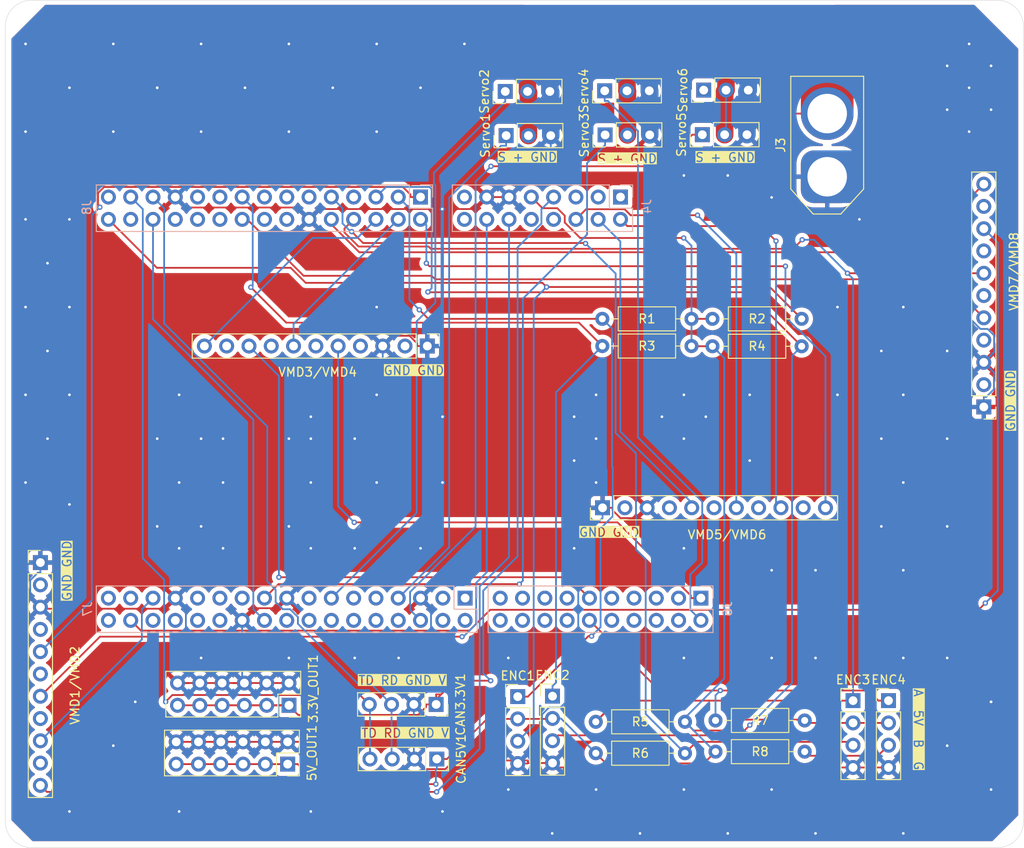
<source format=kicad_pcb>
(kicad_pcb (version 20241229) (generator "pcbnew") (generator_version "9.0")
  (layers (0 "F.Cu" signal) (2 "B.Cu" signal) (13 "F.Paste" user) (15 "B.Paste" user) (5 "F.SilkS" user "F.Silkscreen") (7 "B.SilkS" user "B.Silkscreen") (1 "F.Mask" user) (3 "B.Mask" user) (25 "Edge.Cuts" user))
  (net 0 "")
  (net 1 "+3.3V")
  (net 2 "GND")
  (net 3 "+5V")
  (net 4 "PD_0")
  (net 5 "PD_1")
  (net 6 "PC_0")
  (net 7 "PG_1")
  (net 8 "PC_3")
  (net 9 "PF_2")
  (net 10 "PD_4")
  (net 11 "PF_5")
  (net 12 "PF_7")
  (net 13 "PA_6")
  (net 14 "PC_9")
  (net 16 "PC_10")
  (net 17 "VIN")
  (net 18 "PC_11")
  (net 21 "PG_3")
  (net 22 "PC_8")
  (net 23 "PC_12")
  (net 24 "PD_2")
  (net 25 "PG_2")
  (net 27 "PB_8")
  (net 31 "PC_6")
  (net 33 "PB_3")
  (net 37 "PB_9")
  (net 38 "PF_12")
  (net 39 "PB_13")
  (net 40 "PB_15")
  (net 42 "PC_7")
  (net 44 "PA_15")
  (net 46 "PB_11")
  (net 48 "PF_15")
  (net 50 "PF_14")
  (net 52 "PD_12")
  (net 56 "PB_1")
  (net 58 "PD_13")
  (net 59 "PE_8")
  (net 60 "PD_11")
  (net 63 "PA_0")
  (net 65 "PG_9")
  (net 66 "PB_6")
  (net 67 "PE_11")
  (net 68 "PG_14")
  (net 71 "PF_13")
  (net 72 "PE_7")
  (net 73 "PB_10")
  (net 75 "PF_0")
  (net 76 "PE_2")
  (net 77 "PE_4")
  (net 78 "PE_5")
  (net 79 "PD_6")
  (net 81 "PF_10")
  (net 82 "PF_3")
  (net 83 "PA_3")
  (net 84 "PE_9")
  (net 87 "PE_3")
  (net 88 "PD_3")
  (net 91 "PD_5")
  (net 92 "PF_1")
  (net 93 "PD_7")
  (net 94 "SERVO+")
  (net 95 "PE_14")
  (footprint "Connector_PinSocket_2.54mm:PinSocket_1x04_P2.54mm_Vertical" (layer "F.Cu") (at 117.4142 130.6438 -90)
    (property "Reference" "CAN5V1")
    (property "Value" "CAN5V")
  )
  (footprint "Connector_PinHeader_2.54mm:PinHeader_1x03_P2.54mm_Vertical" (layer "F.Cu") (at 125.3136 59.5746 90)
    (property "Reference" "Servo1")
    (property "Value" "Servo1")
  )
  (footprint "Resistor_THT:R_Axial_DIN0207_L6.3mm_D2.5mm_P10.16mm_Horizontal" (layer "F.Cu") (at 135.5244 126.402)
    (property "Reference" "R5")
    (property "Value" "R")
  )
  (footprint "Resistor_THT:R_Axial_DIN0207_L6.3mm_D2.5mm_P10.16mm_Horizontal" (layer "F.Cu") (at 149.1642 129.8056)
    (property "Reference" "R8")
    (property "Value" "R")
  )
  (footprint "Resistor_THT:R_Axial_DIN0207_L6.3mm_D2.5mm_P10.16mm_Horizontal" (layer "F.Cu") (at 148.8186 83.5914)
    (property "Reference" "R4")
    (property "Value" "R")
  )
  (footprint "Connector_PinHeader_2.54mm:PinHeader_1x04_P2.54mm_Vertical" (layer "F.Cu") (at 126.6344 123.5318)
    (property "Reference" "ENC1")
    (property "Value" "ENC1")
  )
  (footprint "Resistor_THT:R_Axial_DIN0207_L6.3mm_D2.5mm_P10.16mm_Horizontal" (layer "F.Cu") (at 136.271 83.566)
    (property "Reference" "R3")
    (property "Value" "R")
  )
  (footprint "Connector_PinHeader_2.54mm:PinHeader_1x03_P2.54mm_Vertical" (layer "F.Cu") (at 136.5404 54.4692 90)
    (property "Reference" "Servo4")
    (property "Value" "Servo4")
  )
  (footprint "Resistor_THT:R_Axial_DIN0207_L6.3mm_D2.5mm_P10.16mm_Horizontal" (layer "F.Cu") (at 136.271 80.4672)
    (property "Reference" "R1")
    (property "Value" "R")
  )
  (footprint "Connector_PinHeader_2.54mm:PinHeader_1x03_P2.54mm_Vertical" (layer "F.Cu") (at 136.5912 59.4984 90)
    (property "Reference" "Servo3")
    (property "Value" "Servo3")
  )
  (footprint "Connector_PinHeader_2.54mm:PinHeader_1x03_P2.54mm_Vertical" (layer "F.Cu") (at 147.6656 59.473 90)
    (property "Reference" "Servo5")
    (property "Value" "Servo5")
  )
  (footprint "Resistor_THT:R_Axial_DIN0207_L6.3mm_D2.5mm_P10.16mm_Horizontal" (layer "F.Cu") (at 148.8186 80.4672)
    (property "Reference" "R2")
    (property "Value" "R")
  )
  (footprint "Connector_PinHeader_2.54mm:PinHeader_1x11_P2.54mm_Vertical" (layer "F.Cu") (at 179.73 90.51 180)
    (property "Reference" "VMD7/VMD8")
    (property "Value" "VMD7/VMD8")
  )
  (footprint "Connector_PinSocket_2.54mm:PinSocket_2x06_P2.54mm_Vertical" (layer "F.Cu") (at 100.574 124.5224 -90)
    (property "Reference" "3.3V_OUT1")
    (property "Value" "3.3V_OUT")
  )
  (footprint "Connector_PinHeader_2.54mm:PinHeader_1x03_P2.54mm_Vertical" (layer "F.Cu") (at 147.818 54.393 90)
    (property "Reference" "Servo6")
    (property "Value" "Servo6")
  )
  (footprint "Resistor_THT:R_Axial_DIN0207_L6.3mm_D2.5mm_P10.16mm_Horizontal" (layer "F.Cu") (at 149.1642 126.2496)
    (property "Reference" "R7")
    (property "Value" "R")
  )
  (footprint "Connector_PinHeader_2.54mm:PinHeader_1x04_P2.54mm_Vertical" (layer "F.Cu") (at 168.8746 123.989)
    (property "Reference" "ENC4")
    (property "Value" "ENC4")
  )
  (footprint "Connector_PinHeader_2.54mm:PinHeader_1x04_P2.54mm_Vertical" (layer "F.Cu") (at 130.5968 123.481)
    (property "Reference" "ENC2")
    (property "Value" "ENC2")
  )
  (footprint "Connector_PinHeader_2.54mm:PinHeader_1x11_P2.54mm_Vertical" (layer "F.Cu") (at 72.25 108.25)
    (property "Reference" "VMD1/VMD2")
    (property "Value" "VMD1/VMD2")
  )
  (footprint "Connector_PinHeader_2.54mm:PinHeader_1x04_P2.54mm_Vertical" (layer "F.Cu") (at 164.836 123.989)
    (property "Reference" "ENC3")
    (property "Value" "ENC3")
  )
  (footprint "Connector_PinSocket_2.54mm:PinSocket_2x06_P2.54mm_Vertical" (layer "F.Cu") (at 100.4216 131.228 -90)
    (property "Reference" "5V_OUT1")
    (property "Value" "5V_OUT")
  )
  (footprint "Connector_PinHeader_2.54mm:PinHeader_1x03_P2.54mm_Vertical" (layer "F.Cu") (at 125.212 54.5454 90)
    (property "Reference" "Servo2")
    (property "Value" "Servo2")
  )
  (footprint "Connector_PinHeader_2.54mm:PinHeader_1x11_P2.54mm_Vertical" (layer "F.Cu") (at 136.2964 102.0064 90)
    (property "Reference" "VMD5/VMD6")
    (property "Value" "VMD5/VMD6")
  )
  (footprint "Connector_PinHeader_2.54mm:PinHeader_1x11_P2.54mm_Vertical" (layer "F.Cu") (at 116.332 83.566 -90)
    (property "Reference" "VMD3/VMD4")
    (property "Value" "VMD3/VMD4")
  )
  (footprint "Resistor_THT:R_Axial_DIN0207_L6.3mm_D2.5mm_P10.16mm_Horizontal" (layer "F.Cu") (at 135.5244 129.9834)
    (property "Reference" "R6")
    (property "Value" "R")
  )
  (footprint "Connector_PinSocket_2.54mm:PinSocket_1x04_P2.54mm_Vertical" (layer "F.Cu") (at 117.338 124.4208 -90)
    (property "Reference" "CAN3.3V1")
    (property "Value" "CAN3.3V")
  )
  (footprint "Connector_AMASS:AMASS_XT60-M_1x02_P7.20mm_Vertical" (layer "F.Cu") (at 161.8896 64.2668 90)
    (property "Reference" "J3")
    (property "Value" "XT60-M")
  )
  (footprint "Connector_PinHeader_2.54mm:PinHeader_2x08_P2.54mm_Vertical" (layer "B.Cu") (at 138.37 69.125 90)
    (property "Reference" "J4")
    (property "Value" "Conn_02x08_Odd_Even")
  )
  (footprint "Connector_PinHeader_2.54mm:PinHeader_2x15_P2.54mm_Vertical" (layer "B.Cu") (at 115.56 69.125 90)
    (property "Reference" "J8")
    (property "Value" "Conn_02x15_Odd_Even")
  )
  (footprint "Connector_PinHeader_2.54mm:PinHeader_2x17_P2.54mm_Vertical" (layer "B.Cu") (at 120.64 114.84 90)
    (property "Reference" "J7")
    (property "Value" "Conn_02x17_Odd_Even")
  )
  (footprint "Connector_PinHeader_2.54mm:PinHeader_2x10_P2.54mm_Vertical" (layer "B.Cu") (at 147.49 114.84 90)
    (property "Reference" "J6")
    (property "Value" "Conn_02x10_Odd_Even")
  )
  (gr_line (start 68.25 137.75) (end 68.25 53.75) (stroke (width 0.05)) (layer "Edge.Cuts"))
  (gr_line (start 71.25 44.145) (end 181.25 44.145) (stroke (width 0.05)) (layer "Edge.Cuts"))
  (gr_arc (start 181.25 44.145) (mid 183.37132 45.02368) (end 184.25 47.145) (stroke (width 0.05)) (layer "Edge.Cuts"))
  (gr_arc (start 71.25 140.75) (mid 69.12868 139.87132) (end 68.25 137.75) (stroke (width 0.05)) (layer "Edge.Cuts"))
  (gr_line (start 184.25 53.75) (end 184.25 47.145) (stroke (width 0.05)) (layer "Edge.Cuts"))
  (gr_arc (start 68.25 47.145) (mid 69.12868 45.02368) (end 71.25 44.145) (stroke (width 0.05)) (layer "Edge.Cuts"))
  (gr_line (start 184.25 137.75) (end 184.25 53.75) (stroke (width 0.05)) (layer "Edge.Cuts"))
  (gr_arc (start 184.25 137.75) (mid 183.37132 139.87132) (end 181.25 140.75) (stroke (width 0.05)) (layer "Edge.Cuts"))
  (gr_line (start 71.25 140.75) (end 181.25 140.75) (stroke (width 0.05)) (layer "Edge.Cuts"))
  (gr_line (start 68.25 47.145) (end 68.25 53.75) (stroke (width 0.05)) (layer "Edge.Cuts"))
  (gr_text "GND GND" (at 182.79 89.808 90) (layer "F.SilkS" knockout) (effects (font (size 1 1))))
  (gr_text "TD RD GND V\n" (at 113.8074 127.6974 0) (layer "F.SilkS" knockout) (effects (font (size 1 1))))
  (gr_text "GND GND" (at 114.81 86.358 0) (layer "F.SilkS" knockout) (effects (font (size 1 1))))
  (gr_text "S + GND\n" (at 139.1058 62.2162 0) (layer "F.SilkS" knockout) (effects (font (size 1 1))))
  (gr_text "TD RD GND V\n" (at 113.4772 121.6776 0) (layer "F.SilkS" knockout) (effects (font (size 1 1))))
  (gr_text "S + GND\n" (at 150.2564 62.0638 0) (layer "F.SilkS" knockout) (effects (font (size 1 1))))
  (gr_text "GND GND" (at 137.06 104.798 0) (layer "F.SilkS" knockout) (effects (font (size 1 1))))
  (gr_text "S + GND\n" (at 127.7266 62.0384 0) (layer "F.SilkS" knockout) (effects (font (size 1 1))))
  (gr_text "A  5V  B  G\n" (at 172.2782 127.291 270) (layer "F.SilkS" knockout) (effects (font (size 1 1))))
  (gr_text "GND GND" (at 75.29 109.178 90) (layer "F.SilkS" knockout) (effects (font (size 1 1))))
  (segment (start 99.304 124.522) (end 100.523 124.522) (width 0.2) (layer "F.Cu") (net 1))
  (segment (start 116.186 124.709) (end 115.28 125.615) (width 0.2) (layer "F.Cu") (net 1))
  (segment (start 100.574 124.522) (end 100.523 124.522) (width 0.2) (layer "F.Cu") (net 1))
  (segment (start 87.874 124.522) (end 90.414 124.522) (width 0.2) (layer "F.Cu") (net 1))
  (segment (start 87.874 124.5224) (end 87.874 124.522) (width 0.2) (layer "F.Cu") (net 1))
  (segment (start 117.9139 123.2691) (end 119.469 121.714) (width 0.2) (layer "F.Cu") (net 1))
  (segment (start 101.616 125.615) (end 100.523 124.522) (width 0.2) (layer "F.Cu") (net 1))
  (segment (start 117.9139 123.2691) (end 117.338 123.2691) (width 0.2) (layer "F.Cu") (net 1))
  (segment (start 95.494 124.5224) (end 95.494 124.522) (width 0.2) (layer "F.Cu") (net 1))
  (segment (start 100.523 124.522) (end 98.034 124.522) (width 0.2) (layer "F.Cu") (net 1))
  (segment (start 119.469 121.714) (end 123.55 121.714) (width 0.2) (layer "F.Cu") (net 1))
  (segment (start 115.28 125.615) (end 101.616 125.615) (width 0.2) (layer "F.Cu") (net 1))
  (segment (start 98.034 124.5224) (end 98.034 124.522) (width 0.2) (layer "F.Cu") (net 1))
  (segment (start 117.338 124.4208) (end 117.338 123.2691) (width 0.2) (layer "F.Cu") (net 1))
  (segment (start 116.762 124.421) (end 117.9139 123.2691) (width 0.2) (layer "F.Cu") (net 1))
  (segment (start 100.574 124.5224) (end 92.954 124.5224) (width 0.2) (layer "F.Cu") (net 1))
  (segment (start 117.338 124.421) (end 116.762 124.421) (width 0.2) (layer "F.Cu") (net 1))
  (segment (start 95.494 124.522) (end 90.414 124.522) (width 0.2) (layer "F.Cu") (net 1))
  (segment (start 100.5234 124.5224) (end 100.523 124.522) (width 0.2) (layer "F.Cu") (net 1))
  (segment (start 100.574 124.5224) (end 100.5234 124.5224) (width 0.2) (layer "F.Cu") (net 1))
  (segment (start 100.574 124.5224) (end 98.034 124.5224) (width 0.2) (layer "F.Cu") (net 1))
  (segment (start 90.414 124.5224) (end 90.414 124.522) (width 0.2) (layer "F.Cu") (net 1))
  (segment (start 116.186 124.421) (end 116.186 124.709) (width 0.2) (layer "F.Cu") (net 1))
  (segment (start 98.034 124.522) (end 95.494 124.522) (width 0.2) (layer "F.Cu") (net 1))
  (segment (start 116.762 124.421) (end 116.186 124.421) (width 0.2) (layer "F.Cu") (net 1))
  (via (at 123.55 121.714) (size 0.6) (drill 0.3) (layers "F.Cu" "B.Cu") (net 1))
  (segment (start 122.701 111.457) (end 126.617 107.542) (width 0.2) (layer "B.Cu") (net 1))
  (segment (start 123.55 121.714) (end 122.701 120.865) (width 0.2) (layer "B.Cu") (net 1))
  (segment (start 126.617 107.542) (end 126.617 72.3172) (width 0.2) (layer "B.Cu") (net 1))
  (segment (start 122.701 120.865) (end 122.701 111.457) (width 0.2) (layer "B.Cu") (net 1))
  (segment (start 129.332 67.9733) (end 130.72 66.585) (width 0.2) (layer "B.Cu") (net 1))
  (segment (start 129.332 69.6021) (end 129.332 67.9733) (width 0.2) (layer "B.Cu") (net 1))
  (segment (start 126.617 72.3172) (end 129.332 69.6021) (width 0.2) (layer "B.Cu") (net 1))
  (segment (start 99.1683 113.452) (end 96.6283 113.452) (width 0.2) (layer "F.Cu") (net 2))
  (segment (start 130.597 131.101) (end 131.105 131.609) (width 0.2) (layer "F.Cu") (net 2))
  (segment (start 141.3764 102.0064) (end 141.376 102.006) (width 0.2) (layer "F.Cu") (net 2))
  (segment (start 138.335 103.181) (end 140.202 103.181) (width 0.2) (layer "F.Cu") (net 2))
  (segment (start 89.144 121.982) (end 90.414 121.982) (width 0.2) (layer "F.Cu") (net 2))
  (segment (start 127.796 130.87) (end 127.737 130.812) (width 0.2) (layer "F.Cu") (net 2))
  (segment (start 98.034 121.9824) (end 98.034 121.982) (width 0.2) (layer "F.Cu") (net 2))
  (segment (start 72.43 113.51) (end 86.41 113.51) (width 0.2) (layer "F.Cu") (net 2))
  (segment (start 136.2968 102.006) (end 136.2964 102.0064) (width 0.2) (layer "F.Cu") (net 2))
  (segment (start 72.25 113.33) (end 72.43 113.51) (width 0.2) (layer "F.Cu") (net 2))
  (segment (start 97.8816 128.688) (end 95.3416 128.688) (width 0.2) (layer "F.Cu") (net 2))
  (segment (start 90.414 121.9824) (end 90.414 121.982) (width 0.2) (layer "F.Cu") (net 2))
  (segment (start 100.574 121.9824) (end 100.574 121.982) (width 0.2) (layer "F.Cu") (net 2))
  (segment (start 95.4936 121.982) (end 95.494 121.9824) (width 0.2) (layer "F.Cu") (net 2))
  (segment (start 168.875 131.609) (end 164.836 131.609) (width 0.2) (layer "F.Cu") (net 2))
  (segment (start 126.634 131.152) (end 126.6344 131.152) (width 0.2) (layer "F.Cu") (net 2))
  (segment (start 96.6283 113.452) (end 95.24 114.84) (width 0.2) (layer "F.Cu") (net 2))
  (segment (start 118.389 131.796) (end 116.026 131.796) (width 0.2) (layer "F.Cu") (net 2))
  (segment (start 98.034 121.982) (end 94.224 121.982) (width 0.2) (layer "F.Cu") (net 2))
  (segment (start 125.64 66.585) (end 123.1 66.585) (width 0.2) (layer "F.Cu") (net 2))
  (segment (start 114.874 130.644) (end 112.918 128.688) (width 0.2) (layer "F.Cu") (net 2))
  (segment (start 88.8106 67.7756) (end 87.62 66.585) (width 0.2) (layer "F.Cu") (net 2))
  (segment (start 90.2616 128.688) (end 87.7216 128.688) (width 0.2) (layer "F.Cu") (net 2))
  (segment (start 94.224 121.982) (end 92.954 121.982) (width 0.2) (layer "F.Cu") (net 2))
  (segment (start 114.3 82.3975) (end 112.42 82.3975) (width 0.2) (layer "F.Cu") (net 2))
  (segment (start 136.872 102.006) (end 137.448 102.006) (width 0.2) (layer "F.Cu") (net 2))
  (segment (start 87.8744 121.982) (end 87.874 121.9824) (width 0.2) (layer "F.Cu") (net 2))
  (segment (start 92.954 121.982) (end 90.414 121.982) (width 0.2) (layer "F.Cu") (net 2))
  (segment (start 126.6344 131.152) (end 127.745 131.152) (width 0.2) (layer "F.Cu") (net 2))
  (segment (start 102.86 69.125) (end 101.511 67.7756) (width 0.2) (layer "F.Cu") (net 2))
  (segment (start 95.3416 128.688) (end 92.8016 128.688) (width 0.2) (layer "F.Cu") (net 2))
  (segment (start 94.224 121.982) (end 95.4936 121.982) (width 0.2) (layer "F.Cu") (net 2))
  (segment (start 86.41 113.51) (end 87.62 112.3) (width 0.2) (layer "F.Cu") (net 2))
  (segment (start 112.918 128.688) (end 100.4216 128.688) (width 0.2) (layer "F.Cu") (net 2))
  (segment (start 100.4216 128.688) (end 97.8816 128.688) (width 0.2) (layer "F.Cu") (net 2))
  (segment (start 131.105 131.609) (end 164.836 131.609) (width 0.2) (layer "F.Cu") (net 2))
  (segment (start 89.144 121.982) (end 87.8744 121.982) (width 0.2) (layer "F.Cu") (net 2))
  (segment (start 127.737 130.812) (end 119.373 130.812) (width 0.2) (layer "F.Cu") (net 2))
  (segment (start 112.42 82.3975) (end 111.252 83.566) (width 0.2) (layer "F.Cu") (net 2))
  (segment (start 116.026 131.796) (end 114.874 130.644) (width 0.2) (layer "F.Cu") (net 2))
  (segment (start 87.874 121.982) (end 89.144 121.982) (width 0.2) (layer "F.Cu") (net 2))
  (segment (start 116.332 83.566) (end 115.18 83.566) (width 0.2) (layer "F.Cu") (net 2))
  (segment (start 140.202 103.181) (end 141.376 102.006) (width 0.2) (layer "F.Cu") (net 2))
  (segment (start 127.796 131.101) (end 127.796 130.87) (width 0.2) (layer "F.Cu") (net 2))
  (segment (start 100.32 112.3) (end 99.1683 113.452) (width 0.2) (layer "F.Cu") (net 2))
  (segment (start 90.2616 128.688) (end 92.8016 128.688) (width 0.2) (layer "F.Cu") (net 2))
  (segment (start 130.5968 131.101) (end 130.597 131.101) (width 0.2) (layer "F.Cu") (net 2))
  (segment (start 101.511 67.7756) (end 88.8106 67.7756) (width 0.2) (layer "F.Cu") (net 2))
  (segment (start 100.574 121.982) (end 98.034 121.982) (width 0.2) (layer "F.Cu") (net 2))
  (segment (start 136.296 102.006) (end 136.872 102.006) (width 0.2) (layer "F.Cu") (net 2))
  (segment (start 137.448 102.294) (end 138.335 103.181) (width 0.2) (layer "F.Cu") (net 2))
  (segment (start 118.034 67.9498) (end 104.035 67.9498) (width 0.2) (layer "F.Cu") (net 2))
  (segment (start 115.18 83.2781) (end 114.3 82.3975) (width 0.2) (layer "F.Cu") (net 2))
  (segment (start 115.18 83.566) (end 115.18 83.2781) (width 0.2) (layer "F.Cu") (net 2))
  (segment (start 92.954 121.9824) (end 92.954 121.982) (width 0.2) (layer "F.Cu") (net 2))
  (segment (start 127.745 131.152) (end 127.796 131.101) (width 0.2) (layer "F.Cu") (net 2))
  (segment (start 104.035 67.9498) (end 102.86 69.125) (width 0.2) (layer "F.Cu") (net 2))
  (segment (start 119.373 130.812) (end 118.389 131.796) (width 0.2) (layer "F.Cu") (net 2))
  (segment (start 127.796 131.101) (end 130.5968 131.101) (width 0.2) (layer "F.Cu") (net 2))
  (segment (start 136.872 102.006) (end 136.2968 102.006) (width 0.2) (layer "F.Cu") (net 2))
  (segment (start 126.6344 131.1518) (end 126.6344 131.152) (width 0.2) (layer "F.Cu") (net 2))
  (segment (start 137.448 102.006) (end 137.448 102.294) (width 0.2) (layer "F.Cu") (net 2))
  (segment (start 121.735 67.9498) (end 118.034 67.9498) (width 0.2) (layer "F.Cu") (net 2))
  (segment (start 123.1 66.585) (end 121.735 67.9498) (width 0.2) (layer "F.Cu") (net 2))
  (segment (start 114.8742 130.6438) (end 114.874 130.644) (width 0.2) (layer "F.Cu") (net 2))
  (via (at 168.06 104.125) (size 0.6) (drill 0.3) (layers "F.Cu" "B.Cu") (net 2))
  (via (at 118.06 136.625) (size 0.6) (drill 0.3) (layers "F.Cu" "B.Cu") (net 2))
  (via (at 88.06 136.625) (size 0.6) (drill 0.3) (layers "F.Cu" "B.Cu") (net 2))
  (via (at 170.56 109.125) (size 0.6) (drill 0.3) (layers "F.Cu" "B.Cu") (net 2))
  (via (at 135.56 134.125) (size 0.6) (drill 0.3) (layers "F.Cu" "B.Cu") (net 2))
  (via (at 155.56 109.125) (size 0.6) (drill 0.3) (layers "F.Cu" "B.Cu") (net 2))
  (via (at 70.56 99.125) (size 0.6) (drill 0.3) (layers "F.Cu" "B.Cu") (net 2))
  (via (at 110.56 89.125) (size 0.6) (drill 0.3) (layers "F.Cu" "B.Cu") (net 2))
  (via (at 90.56 104.125) (size 0.6) (drill 0.3) (layers "F.Cu" "B.Cu") (net 2))
  (via (at 180.56 134.125) (size 0.6) (drill 0.3) (layers "F.Cu" "B.Cu") (net 2))
  (via (at 150.56 139.125) (size 0.6) (drill 0.3) (layers "F.Cu" "B.Cu") (net 2))
  (via (at 133.06 96.625) (size 0.6) (drill 0.3) (layers "F.Cu" "B.Cu") (net 2))
  (via (at 85.56 94.125) (size 0.6) (drill 0.3) (layers "F.Cu" "B.Cu") (net 2))
  (via (at 75.56 69.125) (size 0.6) (drill 0.3) (layers "F.Cu" "B.Cu") (net 2))
  (via (at 180.56 51.625) (size 0.6) (drill 0.3) (layers "F.Cu" "B.Cu") (net 2))
  (via (at 175.56 94.125) (size 0.6) (drill 0.3) (layers "F.Cu" "B.Cu") (net 2))
  (via (at 100.56 119.125) (size 0.6) (drill 0.3) (layers "F.Cu" "B.Cu") (net 2))
  (via (at 90.56 59.125) (size 0.6) (drill 0.3) (layers "F.Cu" "B.Cu") (net 2))
  (via (at 150.56 64.125) (size 0.6) (drill 0.3) (layers "F.Cu" "B.Cu") (net 2))
  (via (at 178.06 59.125) (size 0.6) (drill 0.3) (layers "F.Cu" "B.Cu") (net 2))
  (via (at 80.56 59.125) (size 0.6) (drill 0.3) (layers "F.Cu" "B.Cu") (net 2))
  (via (at 70.56 59.125) (size 0.6) (drill 0.3) (layers "F.Cu" "B.Cu") (net 2))
  (via (at 165.56 69.125) (size 0.6) (drill 0.3) (layers "F.Cu" "B.Cu") (net 2))
  (via (at 178.06 49.125) (size 0.6) (drill 0.3) (layers "F.Cu" "B.Cu") (net 2))
  (via (at 70.56 69.125) (size 0.6) (drill 0.3) (layers "F.Cu" "B.Cu") (net 2))
  (via (at 125.56 134.125) (size 0.6) (drill 0.3) (layers "F.Cu" "B.Cu") (net 2))
  (via (at 168.06 94.125) (size 0.6) (drill 0.3) (layers "F.Cu" "B.Cu") (net 2))
  (via (at 75.56 79.125) (size 0.6) (drill 0.3) (layers "F.Cu" "B.Cu") (net 2))
  (via (at 73.06 84.125) (size 0.6) (drill 0.3) (layers "F.Cu" "B.Cu") (net 2))
  (via (at 160.56 109.125) (size 0.6) (drill 0.3) (layers "F.Cu" "B.Cu") (net 2))
  (via (at 155.56 134.125) (size 0.6) (drill 0.3) (layers "F.Cu" "B.Cu") (net 2))
  (via (at 163.06 79.125) (size 0.6) (drill 0.3) (layers "F.Cu" "B.Cu") (net 2))
  (via (at 145.56 64.125) (size 0.6) (drill 0.3) (layers "F.Cu" "B.Cu") (net 2))
  (via (at 75.56 54.125) (size 0.6) (drill 0.3) (layers "F.Cu" "B.Cu") (net 2))
  (via (at 175.56 56.625) (size 0.6) (drill 0.3) (layers "F.Cu" "B.Cu") (net 2))
  (via (at 180.56 124.125) (size 0.6) (drill 0.3) (layers "F.Cu" "B.Cu") (net 2))
  (via (at 175.56 129.125) (size 0.6) (drill 0.3) (layers "F.Cu" "B.Cu") (net 2))
  (via (at 70.56 89.125) (size 0.6) (drill 0.3) (layers "F.Cu" "B.Cu") (net 2))
  (via (at 88.06 99.125) (size 0.6) (drill 0.3) (layers "F.Cu" "B.Cu") (net 2))
  (via (at 80.56 49.125) (size 0.6) (drill 0.3) (layers "F.Cu" "B.Cu") (net 2))
  (via (at 75.56 101.625) (size 0.6) (drill 0.3) (layers "F.Cu" "B.Cu") (net 2))
  (via (at 85.56 104.125) (size 0.6) (drill 0.3) (layers "F.Cu" "B.Cu") (net 2))
  (via (at 120.56 49.125) (size 0.6) (drill 0.3) (layers "F.Cu" "B.Cu") (net 2))
  (via (at 125.56 119.125) (size 0.6) (drill 0.3) (layers "F.Cu" "B.Cu") (net 2))
  (via (at 115.56 106.625) (size 0.6) (drill 0.3) (layers "F.Cu" "B.Cu") (net 2))
  (via (at 118.06 99.125) (size 0.6) (drill 0.3) (layers "F.Cu" "B.Cu") (net 2))
  (via (at 110.56 49.125) (size 0.6) (drill 0.3) (layers "F.Cu" "B.Cu") (net 2))
  (via (at 118.034 67.9498) (size 0.6) (drill 0.3) (layers "F.Cu" "B.Cu") (net 2))
  (via (at 143.06 91.625) (size 0.6) (drill 0.3) (layers "F.Cu" "B.Cu") (net 2))
  (via (at 70.56 79.125) (size 0.6) (drill 0.3) (layers "F.Cu" "B.Cu") (net 2))
  (via (at 85.56 54.125) (size 0.6) (drill 0.3) (layers "F.Cu" "B.Cu") (net 2))
  (via (at 135.56 99.125) (size 0.6) (drill 0.3) (layers "F.Cu" "B.Cu") (net 2))
  (via (at 175.56 51.625) (size 0.6) (drill 0.3) (layers "F.Cu" "B.Cu") (net 2))
  (via (at 105.56 54.125) (size 0.6) (drill 0.3) (layers "F.Cu" "B.Cu") (net 2))
  (via (at 90.56 49.125) (size 0.6) (drill 0.3) (layers "F.Cu" "B.Cu") (net 2))
  (via (at 73.06 74.125) (size 0.6) (drill 0.3) (layers "F.Cu" "B.Cu") (net 2))
  (via (at 180.56 56.625) (size 0.6) (drill 0.3) (layers "F.Cu" "B.Cu") (net 2))
  (via (at 93.06 94.125) (size 0.6) (drill 0.3) (layers "F.Cu" "B.Cu") (net 2))
  (via (at 133.06 106.625) (size 0.6) (drill 0.3) (layers "F.Cu" "B.Cu") (net 2))
  (via (at 115.56 54.125) (size 0.6) (drill 0.3) (layers "F.Cu" "B.Cu") (net 2))
  (via (at 148.06 91.625) (size 0.6) (drill 0.3) (layers "F.Cu" "B.Cu") (net 2))
  (via (at 73.06 94.125) (size 0.6) (drill 0.3) (layers "F.Cu" "B.Cu") (net 2))
  (via (at 93.06 106.625) (size 0.6) (drill 0.3) (layers "F.Cu" "B.Cu") (net 2))
  (via (at 90.56 119.125) (size 0.6) (drill 0.3) (layers "F.Cu" "B.Cu") (net 2))
  (via (at 153.06 89.125) (size 0.6) (drill 0.3) (layers "F.Cu" "B.Cu") (net 2))
  (via (at 75.56 136.625) (size 0.6) (drill 0.3) (layers "F.Cu" "B.Cu") (net 2))
  (via (at 70.56 49.125) (size 0.6) (drill 0.3) (layers "F.Cu" "B.Cu") (net 2))
  (via (at 118.06 91.625) (size 0.6) (drill 0.3) (layers "F.Cu" "B.Cu") (net 2))
  (via (at 170.56 139.125) (size 0.6) (drill 0.3) (layers "F.Cu" "B.Cu") (net 2))
  (via (at 108.06 106.625) (size 0.6) (drill 0.3) (layers "F.Cu" "B.Cu") (net 2))
  (via (at 75.56 89.125) (size 0.6) (drill 0.3) (layers "F.Cu" "B.Cu") (net 2))
  (via (at 175.56 84.125) (size 0.6) (drill 0.3) (layers "F.Cu" "B.Cu") (net 2))
  (via (at 160.56 139.125) (size 0.6) (drill 0.3) (layers "F.Cu" "B.Cu") (net 2))
  (via (at 170.56 119.125) (size 0.6) (drill 0.3) (layers "F.Cu" "B.Cu") (net 2))
  (via (at 153.06 96.625) (size 0.6) (drill 0.3) (layers "F.Cu" "B.Cu") (net 2))
  (via (at 100.56 104.125) (size 0.6) (drill 0.3) (layers "F.Cu" "B.Cu") (net 2))
  (via (at 160.56 119.125) (size 0.6) (drill 0.3) (layers "F.Cu" "B.Cu") (net 2))
  (via (at 163.06 89.125) (size 0.6) (drill 0.3) (layers "F.Cu" "B.Cu") (net 2))
  (via (at 103.06 91.625) (size 0.6) (drill 0.3) (layers "F.Cu" "B.Cu") (net 2))
  (via (at 108.06 119.125) (size 0.6) (drill 0.3) (layers "F.Cu" "B.Cu") (net 2))
  (via (at 110.56 59.125) (size 0.6) (drill 0.3) (layers "F.Cu" "B.Cu") (net 2))
  (via (at 88.06 106.625) (size 0.6) (drill 0.3) (layers "F.Cu" "B.Cu") (net 2))
  (via (at 178.06 54.125) (size 0.6) (drill 0.3) (layers "F.Cu" "B.Cu") (net 2))
  (via (at 155.56 119.125) (size 0.6) (drill 0.3) (layers "F.Cu" "B.Cu") (net 2))
  (via (at 130.56 139.125) (size 0.6) (drill 0.3) (layers "F.Cu" "B.Cu") (net 2))
  (via (at 145.56 119.125) (size 0.6) (drill 0.3) (layers "F.Cu" "B.Cu") (net 2))
  (via (at 145.56 94.125) (size 0.6) (drill 0.3) (layers "F.Cu" "B.Cu") (net 2))
  (via (at 108.06 94.125) (size 0.6) (drill 0.3) (layers "F.Cu" "B.Cu") (net 2))
  (via (at 95.56 54.125) (size 0.6) (drill 0.3) (layers "F.Cu" "B.Cu") (net 2))
  (via (at 100.56 49.125) (size 0.6) (drill 0.3) (layers "F.Cu" "B.Cu") (net 2))
  (via (at 103.06 99.125) (size 0.6) (drill 0.3) (layers "F.Cu" "B.Cu") (net 2))
  (via (at 113.06 119.125) (size 0.6) (drill 0.3) (layers "F.Cu" "B.Cu") (net 2))
  (via (at 175.56 119.125) (size 0.6) (drill 0.3) (layers "F.Cu" "B.Cu") (net 2))
  (via (at 80.56 129.125) (size 0.6) (drill 0.3) (layers "F.Cu" "B.Cu") (net 2))
  (via (at 135.56 89.125) (size 0.6) (drill 0.3) (layers "F.Cu" "B.Cu") (net 2))
  (via (at 90.56 94.125) (size 0.6) (drill 0.3) (layers "F.Cu" "B.Cu") (net 2))
  (via (at 103.06 106.625) (size 0.6) (drill 0.3) (layers "F.Cu" "B.Cu") (net 2))
  (via (at 135.56 94.125) (size 0.6) (drill 0.3) (layers "F.Cu" "B.Cu") (net 2))
  (via (at 170.56 99.125) (size 0.6) (drill 0.3) (layers "F.Cu" "B.Cu") (net 2))
  (via (at 85.56 54.125) (size 0.6) (drill 0.3) (layers "F.Cu" "B.Cu") (net 2))
  (via (at 133.06 91.625) (size 0.6) (drill 0.3) (layers "F.Cu" "B.Cu") (net 2))
  (via (at 110.56 79.125) (size 0.6) (drill 0.3) (layers "F.Cu" "B.Cu") (net 2))
  (via (at 170.56 89.125) (size 0.6) (drill 0.3) (layers "F.Cu" "B.Cu") (net 2))
  (via (at 145.56 89.125) (size 0.6) (drill 0.3) (layers "F.Cu" "B.Cu") (net 2))
  (via (at 155.56 66.625) (size 0.6) (drill 0.3) (layers "F.Cu" "B.Cu") (net 2))
  (via (at 110.56 99.125) (size 0.6) (drill 0.3) (layers "F.Cu" "B.Cu") (net 2))
  (via (at 145.56 134.125) (size 0.6) (drill 0.3) (layers "F.Cu" "B.Cu") (net 2))
  (via (at 83.06 124.125) (size 0.6) (drill 0.3) (layers "F.Cu" "B.Cu") (net 2))
  (via (at 103.06 94.125) (size 0.6) (drill 0.3) (layers "F.Cu" "B.Cu") (net 2))
  (via (at 170.56 79.125) (size 0.6) (drill 0.3) (layers "F.Cu" "B.Cu") (net 2))
  (via (at 180.56 124.125) (size 0.6) (drill 0.3) (layers "F.Cu" "B.Cu") (net 2))
  (via (at 145.56 106.625) (size 0.6) (drill 0.3) (layers "F.Cu" "B.Cu") (net 2))
  (via (at 93.06 99.125) (size 0.6) (drill 0.3) (layers "F.Cu" "B.Cu") (net 2))
  (via (at 88.06 89.125) (size 0.6) (drill 0.3) (layers "F.Cu" "B.Cu") (net 2))
  (via (at 140.56 139.125) (size 0.6) (drill 0.3) (layers "F.Cu" "B.Cu") (net 2))
  (via (at 100.56 94.125) (size 0.6) (drill 0.3) (layers "F.Cu" "B.Cu") (net 2))
  (via (at 168.06 84.125) (size 0.6) (drill 0.3) (layers "F.Cu" "B.Cu") (net 2))
  (via (at 175.56 104.125) (size 0.6) (drill 0.3) (layers "F.Cu" "B.Cu") (net 2))
  (via (at 100.56 59.125) (size 0.6) (drill 0.3) (layers "F.Cu" "B.Cu") (net 2))
  (via (at 103.06 136.625) (size 0.6) (drill 0.3) (layers "F.Cu" "B.Cu") (net 2))
  (segment (start 130.221 124.751) (end 129.397 125.575) (width 0.2) (layer "B.Cu") (net 2))
  (segment (start 130.292 48.143) (end 130.34 48.095) (width 2) (layer "B.Cu") (net 2))
  (segment (start 180.904 82.3517) (end 180.904 84.2557) (width 0.2) (layer "B.Cu") (net 2))
  (segment (start 87.62 112.3) (end 88.8265 113.506) (width 0.2) (layer "B.Cu") (net 2))
  (segment (start 131.516 124.751) (end 130.221 124.751) (width 0.2) (layer "B.Cu") (net 2))
  (segment (start 130.5968 131.1008) (end 130.5968 131.101) (width 0.2) (layer "B.Cu") (net 2))
  (segment (start 114.798 124.421) (end 114.798 130.568) (width 0.2) (layer "B.Cu") (net 2))
  (segment (start 99.893 128.159) (end 100.4216 128.6876) (width 0.2) (layer "B.Cu") (net 2))
  (segment (start 141.646 54.4946) (end 141.62 54.4695) (width 0.2) (layer "B.Cu") (net 2))
  (segment (start 141.6204 54.4692) (end 141.62 54.4692) (width 0.2) (layer "B.Cu") (net 2))
  (segment (start 136.296 102.582) (end 136.296 102.0068) (width 0.2) (layer "B.Cu") (net 2))
  (segment (start 180.888 88.4881) (end 180.018 89.3583) (width 0.2) (layer "B.Cu") (net 2))
  (segment (start 98.699 122.647) (end 98.034 121.982) (width 0.2) (layer "B.Cu") (net 2))
  (segment (start 161.8896 64.2668) (end 161.89 64.2668) (width 0.2) (layer "B.Cu") (net 2))
  (segment (start 141.671 57.0092) (end 141.671 59.4984) (width 0.2) (layer "B.Cu") (net 2))
  (segment (start 125.64 66.585) (end 130.394 61.8314) (width 0.2) (layer "B.Cu") (net 2))
  (segment (start 99.364 123.312) (end 98.699 122.647) (width 0.2) (layer "B.Cu") (net 2))
  (segment (start 170.31 48.555) (end 169.85 48.095) (width 6) (layer "B.Cu") (net 2))
  (segment (start 98.6986 122.647) (end 98.034 121.9824) (width 0.2) (layer "B.Cu") (net 2))
  (segment (start 95.24 114.84) (end 95.24 121.728) (width 0.2) (layer "B.Cu") (net 2))
  (segment (start 141.6712 59.4984) (end 141.671 59.4984) (width 0.2) (layer "B.Cu") (net 2))
  (segment (start 114.8742 130.6438) (end 114.874 130.644) (width 0.2) (layer "B.Cu") (net 2))
  (segment (start 133.53 122.737) (end 131.516 124.751) (width 0.2) (layer "B.Cu") (net 2))
  (segment (start 161.89 64.2668) (end 170.268 64.2668) (width 6) (layer "B.Cu") (net 2))
  (segment (start 114.798 124.4208) (end 114.798 124.421) (width 0.2) (layer "B.Cu") (net 2))
  (segment (start 116.751 122.468) (end 116.751 113.491) (width 0.2) (layer "B.Cu") (net 2))
  (segment (start 170.31 64.225) (end 170.31 72.583) (width 0.2) (layer "B.Cu") (net 2))
  (segment (start 152.898 48.167) (end 152.97 48.095) (width 2) (layer "B.Cu") (net 2))
  (segment (start 116.332 82.4143) (end 118.034 80.7124) (width 0.2) (layer "B.Cu") (net 2))
  (segment (start 116.332 83.566) (end 116.332 82.4143) (width 0.2) (layer "B.Cu") (net 2))
  (segment (start 118.034 80.7124) (end 118.034 67.9498) (width 0.2) (layer "B.Cu") (net 2))
  (segment (start 111.252 83.566) (end 111.252 101.368) (width 0.2) (layer "B.Cu") (net 2))
  (segment (start 99.364 127.63) (end 99.364 123.312) (width 0.2) (layer "B.Cu") (net 2))
  (segment (start 170.268 64.2668) (end 170.31 64.225) (width 6) (layer "B.Cu") (net 2))
  (segment (start 136.296 102.0068) (end 136.2964 102.0064) (width 0.2) (layer "B.Cu") (net 2))
  (segment (start 130.394 61.8314) (end 130.394 59.5746) (width 0.2) (layer "B.Cu") (net 2))
  (segment (start 130.3936 59.5746) (end 130.394 59.5746) (width 0.2) (layer "B.Cu") (net 2))
  (segment (start 179.73 85.43) (end 180.888 86.5881) (width 0.2) (layer "B.Cu") (net 2))
  (segment (start 111.252 101.368) (end 100.32 112.3) (width 0.2) (layer "B.Cu") (net 2))
  (segment (start 141.62 54.4692) (end 141.62 48.2646) (width 2) (layer "B.Cu") (net 2))
  (segment (start 133.53 105.924) (end 133.53 122.737) (width 0.2) (layer "B.Cu") (net 2))
  (segment (start 141.62 48.2646) (end 141.79 48.095) (width 2) (layer "B.Cu") (net 2))
  (segment (start 95.494 121.982) (end 95.494 121.9824) (width 0.2) (layer "B.Cu") (net 2))
  (segment (start 100.4216 128.6876) (end 100.4216 128.688) (width 0.2) (layer "B.Cu") (net 2))
  (segment (start 180.173 81.62) (end 180.904 82.3517) (width 0.2) (layer "B.Cu") (net 2))
  (segment (start 179.73 89.3583) (end 179.73 90.51) (width 0.2) (layer "B.Cu") (net 2))
  (segment (start 180.904 84.2557) (end 179.73 85.43) (width 0.2) (layer "B.Cu") (net 2))
  (segment (start 136.296 102.582) (end 136.296 103.158) (width 0.2) (layer "B.Cu") (net 2))
  (segment (start 72.25 109.402) (end 71.9621 109.402) (width 0.2) (layer "B.Cu") (net 2))
  (segment (start 152.898 54.393) (end 152.898 48.167) (width 2) (layer "B.Cu") (net 2))
  (segment (start 141.671 57.0092) (end 141.671 54.52) (width 2) (layer "B.Cu") (net 2))
  (segment (start 141.79 48.095) (end 130.34 48.095) (width 6) (layer "B.Cu") (net 2))
  (segment (start 72.25 108.25) (end 72.25 109.402) (width 0.2) (layer "B.Cu") (net 2))
  (segment (start 141.671 59.4984) (end 141.671 57.0092) (width 2) (layer "B.Cu") (net 2))
  (segment (start 71.0919 110.272) (end 71.0919 112.172) (width 0.2) (layer "B.Cu") (net 2))
  (segment (start 100.422 128.688) (end 99.893 128.159) (width 0.2) (layer "B.Cu") (net 2))
  (segment (start 99.893 128.159) (end 99.364 127.63) (width 0.2) (layer "B.Cu") (net 2))
  (segment (start 114.798 130.568) (end 114.874 130.644) (width 0.2) (layer "B.Cu") (net 2))
  (segment (start 71.0919 112.172) (end 72.25 113.33) (width 0.2) (layer "B.Cu") (net 2))
  (segment (start 129.997 130.501) (end 130.5968 131.1008) (width 0.2) (layer "B.Cu") (net 2))
  (segment (start 170.31 72.583) (end 179.347 81.62) (width 0.2) (layer "B.Cu") (net 2))
  (segment (start 152.7456 59.473) (end 152.746 59.473) (width 0.2) (layer "B.Cu") (net 2))
  (segment (start 129.997 130.501) (end 130.597 131.101) (width 0.2) (layer "B.Cu") (net 2))
  (segment (start 170.31 64.225) (end 170.31 48.555) (width 6) (layer "B.Cu") (net 2))
  (segment (start 141.62 54.4695) (end 141.62 54.4692) (width 0.2) (layer "B.Cu") (net 2))
  (segment (start 141.646 54.4946) (end 141.62 54.4692) (width 2) (layer "B.Cu") (net 2))
  (segment (start 88.8265 121.03) (end 87.874 121.982) (width 0.2) (layer "B.Cu") (net 2))
  (segment (start 95.24 121.728) (end 95.494 121.982) (width 0.2) (layer "B.Cu") (net 2))
  (segment (start 179.347 81.62) (end 180.173 81.62) (width 0.2) (layer "B.Cu") (net 2))
  (segment (start 130.34 48.095) (end 126.92 48.095) (width 6) (layer "B.Cu") (net 2))
  (segment (start 180.018 89.3583) (end 179.73 89.3583) (width 0.2) (layer "B.Cu") (net 2))
  (segment (start 116.751 113.491) (end 115.56 112.3) (width 0.2) (layer "B.Cu") (net 2))
  (segment (start 152.97 48.095) (end 141.79 48.095) (width 6) (layer "B.Cu") (net 2))
  (segment (start 98.699 122.647) (end 98.6986 122.647) (width 0.2) (layer "B.Cu") (net 2))
  (segment (start 130.394 54.647) (end 130.292 54.5454) (width 2) (layer "B.Cu") (net 2))
  (segment (start 136.296 103.158) (end 133.53 105.924) (width 0.2) (layer "B.Cu") (net 2))
  (segment (start 169.85 48.095) (end 152.97 48.095) (width 6) (layer "B.Cu") (net 2))
  (segment (start 130.394 59.5746) (end 130.394 54.647) (width 2) (layer "B.Cu") (net 2))
  (segment (start 88.8265 113.506) (end 88.8265 121.03) (width 0.2) (layer "B.Cu") (net 2))
  (segment (start 130.292 54.5454) (end 130.292 48.143) (width 2) (layer "B.Cu") (net 2))
  (segment (start 71.9621 109.402) (end 71.0919 110.272) (width 0.2) (layer "B.Cu") (net 2))
  (segment (start 114.798 124.421) (end 116.751 122.468) (width 0.2) (layer "B.Cu") (net 2))
  (segment (start 129.397 125.575) (end 129.397 129.901) (width 0.2) (layer "B.Cu") (net 2))
  (segment (start 141.671 54.52) (end 141.646 54.4946) (width 2) (layer "B.Cu") (net 2))
  (segment (start 152.746 54.5454) (end 152.898 54.393) (width 2) (layer "B.Cu") (net 2))
  (segment (start 129.397 129.901) (end 129.997 130.501) (width 0.2) (layer "B.Cu") (net 2))
  (segment (start 180.888 86.5881) (end 180.888 88.4881) (width 0.2) (layer "B.Cu") (net 2))
  (segment (start 136.296 102.006) (end 136.296 102.582) (width 0.2) (layer "B.Cu") (net 2))
  (segment (start 152.746 59.473) (end 152.746 54.5454) (width 2) (layer "B.Cu") (net 2))
  (segment (start 136.687 131.146) (end 135.5244 129.9834) (width 0.2) (layer "F.Cu") (net 3))
  (segment (start 159.3242 126.2496) (end 159.3239 126.2499) (width 0.2) (layer "F.Cu") (net 3))
  (segment (start 159.604 126.529) (end 159.324 126.25) (width 0.2) (layer "F.Cu") (net 3))
  (segment (start 148.819 83.5914) (end 148.8186 83.5914) (width 0.2) (layer "F.Cu") (net 3))
  (segment (start 130.546 126.072) (end 126.634 126.072) (width 0.2) (layer "F.Cu") (net 3))
  (segment (start 148.819 80.4672) (end 146.431 80.4672) (width 0.2) (layer "F.Cu") (net 3))
  (segment (start 149.1642 129.8058) (end 149.1642 129.8056) (width 0.2) (layer "F.Cu") (net 3))
  (segment (start 146.456 83.5914) (end 146.431 83.566) (width 0.2) (layer "F.Cu") (net 3))
  (segment (start 159.324 126.25) (end 159.3239 126.2499) (width 0.2) (layer "F.Cu") (net 3))
  (segment (start 95.3416 131.228) (end 92.8016 131.228) (width 0.2) (layer "F.Cu") (net 3))
  (segment (start 92.8016 131.228) (end 90.2616 131.228) (width 0.2) (layer "F.Cu") (net 3))
  (segment (start 146.677 127.394) (end 145.684 126.402) (width 0.2) (layer "F.Cu") (net 3))
  (segment (start 131.138 67.855) (end 131.99 68.7066) (width 0.2) (layer "F.Cu") (net 3))
  (segment (start 131.99 69.4909) (end 133.746 71.2469) (width 0.2) (layer "F.Cu") (net 3))
  (segment (start 135.5244 129.9834) (end 135.524 129.983) (width 0.2) (layer "F.Cu") (net 3))
  (segment (start 100.422 131.228) (end 97.8816 131.228) (width 0.2) (layer "F.Cu") (net 3))
  (segment (start 101.573 131.228) (end 103.851 133.506) (width 0.2) (layer "F.Cu") (net 3))
  (segment (start 100.4216 131.228) (end 100.422 131.228) (width 0.2) (layer "F.Cu") (net 3))
  (segment (start 130.5715 126.0465) (end 130.5968 126.0212) (width 0.2) (layer "F.Cu") (net 3))
  (segment (start 151.525 126.155) (end 150.286 127.394) (width 0.2) (layer "F.Cu") (net 3))
  (segment (start 149.164 129.806) (end 147.824 131.146) (width 0.2) (layer "F.Cu") (net 3))
  (segment (start 95.3416 131.228) (end 97.8816 131.228) (width 0.2) (layer "F.Cu") (net 3))
  (segment (start 100.422 131.228) (end 101.573 131.228) (width 0.2) (layer "F.Cu") (net 3))
  (segment (start 159.3239 126.2499) (end 159.23 126.155) (width 0.2) (layer "F.Cu") (net 3))
  (segment (start 117.99 130.644) (end 118.566 130.644) (width 0.2) (layer "F.Cu") (net 3))
  (segment (start 149.164 129.806) (end 149.1642 129.8058) (width 0.2) (layer "F.Cu") (net 3))
  (segment (start 159.23 126.155) (end 151.525 126.155) (width 0.2) (layer "F.Cu") (net 3))
  (segment (start 123.138 126.072) (end 126.634 126.072) (width 0.2) (layer "F.Cu") (net 3))
  (segment (start 130.597 126.021) (end 130.5715 126.0465) (width 0.2) (layer "F.Cu") (net 3))
  (segment (start 129.45 67.855) (end 131.138 67.855) (width 0.2) (layer "F.Cu") (net 3))
  (segment (start 126.6342 126.0718) (end 126.634 126.072) (width 0.2) (layer "F.Cu") (net 3))
  (segment (start 130.5715 126.0465) (end 130.546 126.072) (width 0.2) (layer "F.Cu") (net 3))
  (segment (start 117.4144 130.644) (end 117.4142 130.6438) (width 0.2) (layer "F.Cu") (net 3))
  (segment (start 148.8186 83.5914) (end 146.456 83.5914) (width 0.2) (layer "F.Cu") (net 3))
  (segment (start 117.414 130.644) (end 117.99 130.644) (width 0.2) (layer "F.Cu") (net 3))
  (segment (start 118.566 130.644) (end 123.138 126.072) (width 0.2) (layer "F.Cu") (net 3))
  (segment (start 117.99 130.644) (end 117.4144 130.644) (width 0.2) (layer "F.Cu") (net 3))
  (segment (start 147.824 131.146) (end 136.687 131.146) (width 0.2) (layer "F.Cu") (net 3))
  (segment (start 150.286 127.394) (end 146.677 127.394) (width 0.2) (layer "F.Cu") (net 3))
  (segment (start 130.5968 126.0212) (end 130.5968 126.021) (width 0.2) (layer "F.Cu") (net 3))
  (segment (start 133.746 71.2469) (end 145.539 71.2469) (width 0.2) (layer "F.Cu") (net 3))
  (segment (start 131.99 68.7066) (end 131.99 69.4909) (width 0.2) (layer "F.Cu") (net 3))
  (segment (start 128.18 66.585) (end 129.45 67.855) (width 0.2) (layer "F.Cu") (net 3))
  (segment (start 168.875 126.529) (end 164.836 126.529) (width 0.2) (layer "F.Cu") (net 3))
  (segment (start 103.851 133.506) (end 117.308 133.506) (width 0.2) (layer "F.Cu") (net 3))
  (segment (start 164.836 126.529) (end 159.604 126.529) (width 0.2) (layer "F.Cu") (net 3))
  (segment (start 126.6344 126.0718) (end 126.6342 126.0718) (width 0.2) (layer "F.Cu") (net 3))
  (segment (start 87.7216 131.228) (end 90.2616 131.228) (width 0.2) (layer "F.Cu") (net 3))
  (via (at 117.308 133.506) (size 0.6) (drill 0.3) (layers "F.Cu" "B.Cu") (net 3))
  (via (at 145.539 71.2469) (size 0.6) (drill 0.3) (layers "F.Cu" "B.Cu") (net 3))
  (segment (start 117.414 131.22) (end 117.414 131.796) (width 0.2) (layer "B.Cu") (net 3))
  (segment (start 149.4915 84.2642) (end 150.164 84.937) (width 0.2) (layer "B.Cu") (net 3))
  (segment (start 148.819 83.5914) (end 149.4915 84.2642) (width 0.2) (layer "B.Cu") (net 3))
  (segment (start 150.164 84.937) (end 150.164 121.469) (width 0.2) (layer "B.Cu") (net 3))
  (segment (start 130.5968 126.021) (end 130.597 126.021) (width 0.2) (layer "B.Cu") (net 3))
  (segment (start 146.431 80.4672) (end 146.431 83.566) (width 0.2) (layer "B.Cu") (net 3))
  (segment (start 117.414 131.796) (end 117.308 131.902) (width 0.2) (layer "B.Cu") (net 3))
  (segment (start 146.431 72.139) (end 146.431 80.4672) (width 0.2) (layer "B.Cu") (net 3))
  (segment (start 149.164 129.8058) (end 149.164 129.806) (width 0.2) (layer "B.Cu") (net 3))
  (segment (start 117.308 131.902) (end 117.308 133.506) (width 0.2) (layer "B.Cu") (net 3))
  (segment (start 149.088 129.806) (end 149.164 129.806) (width 0.2) (layer "B.Cu") (net 3))
  (segment (start 149.1642 129.8056) (end 149.164 129.8058) (width 0.2) (layer "B.Cu") (net 3))
  (segment (start 145.684 125.949) (end 145.684 126.402) (width 0.2) (layer "B.Cu") (net 3))
  (segment (start 149.4915 84.2642) (end 149.4914 84.2642) (width 0.2) (layer "B.Cu") (net 3))
  (segment (start 117.4142 131.2198) (end 117.4142 130.6438) (width 0.2) (layer "B.Cu") (net 3))
  (segment (start 149.4914 84.2642) (end 148.8186 83.5914) (width 0.2) (layer "B.Cu") (net 3))
  (segment (start 131.562 126.021) (end 130.597 126.021) (width 0.2) (layer "B.Cu") (net 3))
  (segment (start 117.414 131.22) (end 117.4142 131.2198) (width 0.2) (layer "B.Cu") (net 3))
  (segment (start 117.414 130.644) (end 117.414 131.22) (width 0.2) (layer "B.Cu") (net 3))
  (segment (start 145.539 71.2469) (end 146.431 72.139) (width 0.2) (layer "B.Cu") (net 3))
  (segment (start 135.524 129.983) (end 131.562 126.021) (width 0.2) (layer "B.Cu") (net 3))
  (segment (start 150.164 121.469) (end 145.684 125.949) (width 0.2) (layer "B.Cu") (net 3))
  (segment (start 145.684 126.402) (end 149.088 129.806) (width 0.2) (layer "B.Cu") (net 3))
  (segment (start 145.6844 126.402) (end 145.684 126.402) (width 0.2) (layer "B.Cu") (net 3))
  (segment (start 112.334 130.644) (end 112.258 130.568) (width 0.2) (layer "B.Cu") (net 4))
  (segment (start 99.05 111.349) (end 98.0996 110.398) (width 0.2) (layer "B.Cu") (net 4))
  (segment (start 112.2579 124.4209) (end 109.924 122.087) (width 0.2) (layer "B.Cu") (net 4))
  (segment (start 112.258 124.421) (end 112.2579 124.4209) (width 0.2) (layer "B.Cu") (net 4))
  (segment (start 86.35 67.855) (end 85.08 66.585) (width 0.2) (layer "B.Cu") (net 4))
  (segment (start 112.258 130.568) (end 112.258 124.421) (width 0.2) (layer "B.Cu") (net 4))
  (segment (start 112.258 124.4208) (end 112.2579 124.4209) (width 0.2) (layer "B.Cu") (net 4))
  (segment (start 99.05 112.746) (end 99.05 111.349) (width 0.2) (layer "B.Cu") (net 4))
  (segment (start 109.924 122.087) (end 108.443 122.087) (width 0.2) (layer "B.Cu") (net 4))
  (segment (start 101.59 115.234) (end 101.59 114.462) (width 0.2) (layer "B.Cu") (net 4))
  (segment (start 100.698 113.57) (end 99.8741 113.57) (width 0.2) (layer "B.Cu") (net 4))
  (segment (start 112.3342 130.6438) (end 112.334 130.644) (width 0.2) (layer "B.Cu") (net 4))
  (segment (start 98.0996 110.398) (end 98.0996 92.7385) (width 0.2) (layer "B.Cu") (net 4))
  (segment (start 99.8741 113.57) (end 99.05 112.746) (width 0.2) (layer "B.Cu") (net 4))
  (segment (start 86.35 80.9889) (end 86.35 67.855) (width 0.2) (layer "B.Cu") (net 4))
  (segment (start 108.443 122.087) (end 101.59 115.234) (width 0.2) (layer "B.Cu") (net 4))
  (segment (start 98.0996 92.7385) (end 86.35 80.9889) (width 0.2) (layer "B.Cu") (net 4))
  (segment (start 101.59 114.462) (end 100.698 113.57) (width 0.2) (layer "B.Cu") (net 4))
  (segment (start 87.2779 123.352) (end 86.5169 124.113) (width 0.2) (layer "F.Cu") (net 5))
  (segment (start 109.184 123.8865) (end 109.718 124.4205) (width 0.2) (layer "F.Cu") (net 5))
  (segment (start 108.65 123.352) (end 87.2779 123.352) (width 0.2) (layer "F.Cu") (net 5))
  (segment (start 109.718 124.421) (end 109.184 123.8865) (width 0.2) (layer "F.Cu") (net 5))
  (segment (start 109.718 124.4205) (end 109.718 124.4208) (width 0.2) (layer "F.Cu") (net 5))
  (segment (start 109.184 123.8865) (end 108.65 123.352) (width 0.2) (layer "F.Cu") (net 5))
  (via (at 86.5169 124.113) (size 0.6) (drill 0.3) (layers "F.Cu" "B.Cu") (net 5))
  (segment (start 83.9148 67.9598) (end 83.9148 107.764) (width 0.2) (layer "B.Cu") (net 5))
  (segment (start 86.35 123.946) (end 86.5169 124.113) (width 0.2) (layer "B.Cu") (net 5))
  (segment (start 109.718 124.4208) (end 109.718 124.421) (width 0.2) (layer "B.Cu") (net 5))
  (segment (start 109.794 127.5705) (end 109.7942 127.5707) (width 0.2) (layer "B.Cu") (net 5))
  (segment (start 109.794 124.497) (end 109.794 127.5705) (width 0.2) (layer "B.Cu") (net 5))
  (segment (start 109.718 124.421) (end 109.794 124.497) (width 0.2) (layer "B.Cu") (net 5))
  (segment (start 83.9148 107.764) (end 86.35 110.2) (width 0.2) (layer "B.Cu") (net 5))
  (segment (start 109.7942 127.5707) (end 109.7942 130.6438) (width 0.2) (layer "B.Cu") (net 5))
  (segment (start 82.54 66.585) (end 83.9148 67.9598) (width 0.2) (layer "B.Cu") (net 5))
  (segment (start 86.35 110.2) (end 86.35 123.946) (width 0.2) (layer "B.Cu") (net 5))
  (segment (start 109.794 127.5705) (end 109.794 130.644) (width 0.2) (layer "B.Cu") (net 5))
  (segment (start 127.21 123.532) (end 126.6346 123.532) (width 0.2) (layer "F.Cu") (net 6))
  (segment (start 126.6346 123.532) (end 126.6344 123.5318) (width 0.2) (layer "F.Cu") (net 6))
  (segment (start 136.271 80.4672) (end 116.45 80.4672) (width 0.2) (layer "F.Cu") (net 6))
  (segment (start 127.21 123.532) (end 127.786 123.532) (width 0.2) (layer "F.Cu") (net 6))
  (segment (start 127.786 123.532) (end 134.68 116.638) (width 0.2) (layer "F.Cu") (net 6))
  (segment (start 134.68 116.638) (end 135.046 116.638) (width 0.2) (layer "F.Cu") (net 6))
  (segment (start 116.45 80.4672) (end 115.42 79.4376) (width 0.2) (layer "F.Cu") (net 6))
  (segment (start 126.634 123.532) (end 127.21 123.532) (width 0.2) (layer "F.Cu") (net 6))
  (via (at 115.42 79.4376) (size 0.6) (drill 0.3) (layers "F.Cu" "B.Cu") (net 6))
  (via (at 135.046 116.638) (size 0.6) (drill 0.3) (layers "F.Cu" "B.Cu") (net 6))
  (segment (start 114.29 78.3077) (end 114.29 67.855) (width 0.2) (layer "B.Cu") (net 6))
  (segment (start 137.46 102.969) (end 137.46 97.4243) (width 0.2) (layer "B.Cu") (net 6))
  (segment (start 136.07 115.614) (end 136.07 104.36) (width 0.2) (layer "B.Cu") (net 6))
  (segment (start 137.38 81.5761) (end 136.271 80.4672) (width 0.2) (layer "B.Cu") (net 6))
  (segment (start 135.046 116.638) (end 136.07 115.614) (width 0.2) (layer "B.Cu") (net 6))
  (segment (start 114.29 67.855) (end 113.02 66.585) (width 0.2) (layer "B.Cu") (net 6))
  (segment (start 137.38 97.3439) (end 137.38 81.5761) (width 0.2) (layer "B.Cu") (net 6))
  (segment (start 136.07 104.36) (end 137.46 102.969) (width 0.2) (layer "B.Cu") (net 6))
  (segment (start 115.42 79.4376) (end 114.29 78.3077) (width 0.2) (layer "B.Cu") (net 6))
  (segment (start 137.46 97.4243) (end 137.38 97.3439) (width 0.2) (layer "B.Cu") (net 6))
  (segment (start 80 69.125) (end 85.5235 74.6485) (width 0.2) (layer "F.Cu") (net 7))
  (segment (start 157.422 78.9105) (end 158.979 80.4672) (width 0.2) (layer "F.Cu") (net 7))
  (segment (start 157.422 78.9105) (end 158.9786 80.4671) (width 0.2) (layer "F.Cu") (net 7))
  (segment (start 100.764 74.6485) (end 102.476 76.3609) (width 0.2) (layer "F.Cu") (net 7))
  (segment (start 129.442 76.3609) (end 129.916 76.8349) (width 0.2) (layer "F.Cu") (net 7))
  (segment (start 155.346 76.8349) (end 157.422 78.9105) (width 0.2) (layer "F.Cu") (net 7))
  (segment (start 158.9786 80.4671) (end 158.9786 80.4672) (width 0.2) (layer "F.Cu") (net 7))
  (segment (start 85.5235 74.6485) (end 100.764 74.6485) (width 0.2) (layer "F.Cu") (net 7))
  (segment (start 129.916 76.8349) (end 155.346 76.8349) (width 0.2) (layer "F.Cu") (net 7))
  (segment (start 102.476 76.3609) (end 129.442 76.3609) (width 0.2) (layer "F.Cu") (net 7))
  (via (at 129.916 76.8349) (size 0.6) (drill 0.3) (layers "F.Cu" "B.Cu") (net 7))
  (segment (start 126.6343 128.6117) (end 128.45 126.796) (width 0.2) (layer "B.Cu") (net 7))
  (segment (start 126.634 128.612) (end 126.6343 128.6117) (width 0.2) (layer "B.Cu") (net 7))
  (segment (start 126.6344 128.6118) (end 126.6343 128.6117) (width 0.2) (layer "B.Cu") (net 7))
  (segment (start 128.45 126.796) (end 128.45 78.301) (width 0.2) (layer "B.Cu") (net 7))
  (segment (start 128.45 78.301) (end 129.916 76.8349) (width 0.2) (layer "B.Cu") (net 7))
  (segment (start 158.906 83.5188) (end 158.906 83.5184) (width 0.2) (layer "F.Cu") (net 8))
  (segment (start 130.597 128.561) (end 131.212 127.946) (width 0.2) (layer "F.Cu") (net 8))
  (segment (start 152.824 77.4366) (end 158.906 83.5184) (width 0.2) (layer "F.Cu") (net 8))
  (segment (start 131.212 127.946) (end 151.91 127.946) (width 0.2) (layer "F.Cu") (net 8))
  (segment (start 130.5968 128.561) (end 130.597 128.561) (width 0.2) (layer "F.Cu") (net 8))
  (segment (start 116.4 77.4003) (end 116.436 77.4366) (width 0.2) (layer "F.Cu") (net 8))
  (segment (start 158.9786 83.5914) (end 158.906 83.5188) (width 0.2) (layer "F.Cu") (net 8))
  (segment (start 158.906 83.5184) (end 158.979 83.5914) (width 0.2) (layer "F.Cu") (net 8))
  (segment (start 116.436 77.4366) (end 152.824 77.4366) (width 0.2) (layer "F.Cu") (net 8))
  (segment (start 151.91 127.946) (end 153.078 126.779) (width 0.2) (layer "F.Cu") (net 8))
  (via (at 116.4 77.4003) (size 0.6) (drill 0.3) (layers "F.Cu" "B.Cu") (net 8))
  (via (at 153.078 126.779) (size 0.6) (drill 0.3) (layers "F.Cu" "B.Cu") (net 8))
  (segment (start 158.9786 83.5914) (end 158.9788 83.5916) (width 0.2) (layer "B.Cu") (net 8))
  (segment (start 116.826 76.9737) (end 116.826 65.6787) (width 0.2) (layer "B.Cu") (net 8))
  (segment (start 157.886 121.97) (end 157.886 84.6836) (width 0.2) (layer "B.Cu") (net 8))
  (segment (start 116.4 77.4003) (end 116.826 76.9737) (width 0.2) (layer "B.Cu") (net 8))
  (segment (start 157.886 84.6836) (end 158.9788 83.5916) (width 0.2) (layer "B.Cu") (net 8))
  (segment (start 116.575 65.4277) (end 111.637 65.4277) (width 0.2) (layer "B.Cu") (net 8))
  (segment (start 153.078 126.779) (end 157.886 121.97) (width 0.2) (layer "B.Cu") (net 8))
  (segment (start 116.826 65.6787) (end 116.575 65.4277) (width 0.2) (layer "B.Cu") (net 8))
  (segment (start 111.637 65.4277) (end 110.48 66.585) (width 0.2) (layer "B.Cu") (net 8))
  (segment (start 158.9788 83.5916) (end 158.979 83.5914) (width 0.2) (layer "B.Cu") (net 8))
  (segment (start 136.271 83.566) (end 133.605 80.9003) (width 0.2) (layer "F.Cu") (net 9))
  (segment (start 100.26 80.9003) (end 96.2277 76.8682) (width 0.2) (layer "F.Cu") (net 9))
  (segment (start 133.605 80.9003) (end 100.26 80.9003) (width 0.2) (layer "F.Cu") (net 9))
  (via (at 96.2277 76.8682) (size 0.6) (drill 0.3) (layers "F.Cu" "B.Cu") (net 9))
  (segment (start 130.992 88.8455) (end 136.271 83.566) (width 0.2) (layer "B.Cu") (net 9))
  (segment (start 96.4394 76.6565) (end 96.4394 67.7844) (width 0.2) (layer "B.Cu") (net 9))
  (segment (start 130.5968 123.481) (end 130.597 123.481) (width 0.2) (layer "B.Cu") (net 9))
  (segment (start 130.597 123.481) (end 130.597 122.329) (width 0.2) (layer "B.Cu") (net 9))
  (segment (start 130.597 122.329) (end 130.992 121.935) (width 0.2) (layer "B.Cu") (net 9))
  (segment (start 96.2277 76.8682) (end 96.4394 76.6565) (width 0.2) (layer "B.Cu") (net 9))
  (segment (start 130.992 121.935) (end 130.992 88.8455) (width 0.2) (layer "B.Cu") (net 9))
  (segment (start 96.4394 67.7844) (end 95.24 66.585) (width 0.2) (layer "B.Cu") (net 9))
  (segment (start 164.199 75.27) (end 179.73 75.27) (width 0.2) (layer "F.Cu") (net 10))
  (segment (start 106.895 70.6202) (end 108.499 72.2242) (width 0.2) (layer "F.Cu") (net 10))
  (segment (start 116.474 72.2242) (end 116.726 72.4762) (width 0.2) (layer "F.Cu") (net 10))
  (segment (start 108.499 72.2242) (end 116.474 72.2242) (width 0.2) (layer "F.Cu") (net 10))
  (segment (start 135.5244 126.4016) (end 135.5244 126.402) (width 0.2) (layer "F.Cu") (net 10))
  (segment (start 136.7305 125.1955) (end 137.937 123.989) (width 0.2) (layer "F.Cu") (net 10))
  (segment (start 116.726 72.4762) (end 158.016 72.4762) (width 0.2) (layer "F.Cu") (net 10))
  (segment (start 136.7305 125.1955) (end 135.5244 126.4016) (width 0.2) (layer "F.Cu") (net 10))
  (segment (start 107.94 69.125) (end 106.895 70.1698) (width 0.2) (layer "F.Cu") (net 10))
  (segment (start 137.937 123.989) (end 164.836 123.989) (width 0.2) (layer "F.Cu") (net 10))
  (segment (start 106.895 70.1698) (end 106.895 70.6202) (width 0.2) (layer "F.Cu") (net 10))
  (segment (start 158.016 72.4762) (end 159.039 71.4528) (width 0.2) (layer "F.Cu") (net 10))
  (segment (start 135.524 126.402) (end 136.7305 125.1955) (width 0.2) (layer "F.Cu") (net 10))
  (via (at 159.039 71.4528) (size 0.6) (drill 0.3) (layers "F.Cu" "B.Cu") (net 10))
  (via (at 164.199 75.27) (size 0.6) (drill 0.3) (layers "F.Cu" "B.Cu") (net 10))
  (segment (start 159.039 71.4528) (end 160.382 71.4528) (width 0.2) (layer "B.Cu") (net 10))
  (segment (start 160.382 71.4528) (end 164.199 75.27) (width 0.2) (layer "B.Cu") (net 10))
  (segment (start 164.836 75.9069) (end 164.199 75.27) (width 0.2) (layer "B.Cu") (net 10))
  (segment (start 164.836 123.989) (end 164.836 75.9069) (width 0.2) (layer "B.Cu") (net 10))
  (segment (start 164.836 129.069) (end 164.455 128.688) (width 0.2) (layer "F.Cu") (net 11))
  (segment (start 134.358 71.8745) (end 134.306 71.8225) (width 0.2) (layer "F.Cu") (net 11))
  (segment (start 109.016 71.8225) (end 107.714 70.5197) (width 0.2) (layer "F.Cu") (net 11))
  (segment (start 146.98 128.688) (end 145.684 129.983) (width 0.2) (layer "F.Cu") (net 11))
  (segment (start 145.6844 129.9834) (end 145.684 129.983) (width 0.2) (layer "F.Cu") (net 11))
  (segment (start 134.306 71.8225) (end 109.016 71.8225) (width 0.2) (layer "F.Cu") (net 11))
  (segment (start 164.455 128.688) (end 146.98 128.688) (width 0.2) (layer "F.Cu") (net 11))
  (via (at 134.358 71.8745) (size 0.6) (drill 0.3) (layers "F.Cu" "B.Cu") (net 11))
  (via (at 107.714 70.5197) (size 0.6) (drill 0.3) (layers "F.Cu" "B.Cu") (net 11))
  (segment (start 141.21 125.509) (end 141.21 107.878) (width 0.2) (layer "B.Cu") (net 11))
  (segment (start 137.79 93.4816) (end 137.79 75.3066) (width 0.2) (layer "B.Cu") (net 11))
  (segment (start 145.6844 129.9834) (end 145.684 129.983) (width 0.2) (layer "B.Cu") (net 11))
  (segment (start 106.67 67.855) (end 105.4 66.585) (width 0.2) (layer "B.Cu") (net 11))
  (segment (start 107.598 70.5197) (end 106.67 69.5918) (width 0.2) (layer "B.Cu") (net 11))
  (segment (start 106.67 69.5918) (end 106.67 67.855) (width 0.2) (layer "B.Cu") (net 11))
  (segment (start 145.684 129.983) (end 141.21 125.509) (width 0.2) (layer "B.Cu") (net 11))
  (segment (start 140.106 106.774) (end 140.106 95.7978) (width 0.2) (layer "B.Cu") (net 11))
  (segment (start 137.79 75.3066) (end 134.358 71.8745) (width 0.2) (layer "B.Cu") (net 11))
  (segment (start 141.21 107.878) (end 140.106 106.774) (width 0.2) (layer "B.Cu") (net 11))
  (segment (start 140.106 95.7978) (end 137.79 93.4816) (width 0.2) (layer "B.Cu") (net 11))
  (segment (start 107.714 70.5197) (end 107.598 70.5197) (width 0.2) (layer "B.Cu") (net 11))
  (segment (start 159.791 130.272) (end 159.324 129.806) (width 0.2) (layer "F.Cu") (net 12))
  (segment (start 168.273 129.6705) (end 167.671 130.272) (width 0.2) (layer "F.Cu") (net 12))
  (segment (start 168.273 129.6705) (end 168.2731 129.6705) (width 0.2) (layer "F.Cu") (net 12))
  (segment (start 159.3242 129.8056) (end 159.324 129.8058) (width 0.2) (layer "F.Cu") (net 12))
  (segment (start 159.324 129.8058) (end 159.324 129.806) (width 0.2) (layer "F.Cu") (net 12))
  (segment (start 168.2731 129.6705) (end 168.8746 129.069) (width 0.2) (layer "F.Cu") (net 12))
  (segment (start 168.875 129.069) (end 168.273 129.6705) (width 0.2) (layer "F.Cu") (net 12))
  (segment (start 167.671 130.272) (end 159.791 130.272) (width 0.2) (layer "F.Cu") (net 12))
  (segment (start 142.797 122.837) (end 149.713 122.837) (width 0.2) (layer "F.Cu") (net 13))
  (segment (start 167.723 123.989) (end 166.571 122.837) (width 0.2) (layer "F.Cu") (net 13))
  (segment (start 134.8 114.84) (end 142.797 122.837) (width 0.2) (layer "F.Cu") (net 13))
  (segment (start 168.875 123.989) (end 168.8746 123.989) (width 0.2) (layer "F.Cu") (net 13))
  (segment (start 166.571 122.837) (end 149.713 122.837) (width 0.2) (layer "F.Cu") (net 13))
  (segment (start 168.8746 123.989) (end 167.723 123.989) (width 0.2) (layer "F.Cu") (net 13))
  (via (at 149.713 122.837) (size 0.6) (drill 0.3) (layers "F.Cu" "B.Cu") (net 13))
  (segment (start 149.1642 126.2496) (end 149.1642 126.179) (width 0.2) (layer "B.Cu") (net 13))
  (segment (start 149.713 122.837) (end 149.164 123.386) (width 0.2) (layer "B.Cu") (net 13))
  (segment (start 149.164 123.386) (end 149.164 126.1788) (width 0.2) (layer "B.Cu") (net 13))
  (segment (start 149.1642 126.179) (end 149.164 126.1788) (width 0.2) (layer "B.Cu") (net 13))
  (segment (start 149.164 126.1788) (end 149.164 126.25) (width 0.2) (layer "B.Cu") (net 13))
  (segment (start 146.456 101.722) (end 146.456 101.438) (width 0.2) (layer "B.Cu") (net 14))
  (segment (start 138.323 93.3053) (end 138.323 71.6483) (width 0.2) (layer "B.Cu") (net 14))
  (segment (start 146.456 101.438) (end 138.323 93.3053) (width 0.2) (layer "B.Cu") (net 14))
  (segment (start 138.323 71.6483) (end 135.8 69.125) (width 0.2) (layer "B.Cu") (net 14))
  (segment (start 146.4564 101.7224) (end 146.4564 102.0064) (width 0.2) (layer "B.Cu") (net 14))
  (segment (start 146.456 101.722) (end 146.4564 101.7224) (width 0.2) (layer "B.Cu") (net 14))
  (segment (start 146.456 102.006) (end 146.456 101.722) (width 0.2) (layer "B.Cu") (net 14))
  (segment (start 139.498 68.6539) (end 139.498 68.6538) (width 0.2) (layer "F.Cu") (net 16))
  (segment (start 139.498 68.6538) (end 138.817 67.9733) (width 0.2) (layer "F.Cu") (net 16))
  (segment (start 147.116 68.6539) (end 139.498 68.6539) (width 0.2) (layer "F.Cu") (net 16))
  (segment (start 134.412 67.9733) (end 133.26 69.125) (width 0.2) (layer "F.Cu") (net 16))
  (segment (start 138.817 67.9733) (end 134.412 67.9733) (width 0.2) (layer "F.Cu") (net 16))
  (via (at 147.116 68.6539) (size 0.6) (drill 0.3) (layers "F.Cu" "B.Cu") (net 16))
  (segment (start 151.5364 102.0064) (end 151.536 102.006) (width 0.2) (layer "B.Cu") (net 16))
  (segment (start 151.536 73.0741) (end 151.536 102.006) (width 0.2) (layer "B.Cu") (net 16))
  (segment (start 147.116 68.6539) (end 151.536 73.0741) (width 0.2) (layer "B.Cu") (net 16))
  (segment (start 156.059 71.6001) (end 154.35 69.8918) (width 0.2) (layer "F.Cu") (net 22))
  (segment (start 139.107 69.8918) (end 138.34 69.125) (width 0.2) (layer "F.Cu") (net 22))
  (segment (start 154.35 69.8918) (end 139.107 69.8918) (width 0.2) (layer "F.Cu") (net 22))
  (via (at 156.059 71.6001) (size 0.6) (drill 0.3) (layers "F.Cu" "B.Cu") (net 22))
  (segment (start 156.5746 101.9646) (end 156.616 102.006) (width 0.2) (layer "B.Cu") (net 22))
  (segment (start 156.059 71.6001) (end 156.059 101.449) (width 0.2) (layer "B.Cu") (net 22))
  (segment (start 156.6164 102.0064) (end 156.5746 101.9646) (width 0.2) (layer "B.Cu") (net 22))
  (segment (start 156.059 101.449) (end 156.5746 101.9646) (width 0.2) (layer "B.Cu") (net 22))
  (segment (start 72.9924 134.392) (end 72.25 133.65) (width 0.2) (layer "F.Cu") (net 24))
  (segment (start 117.391 134.392) (end 72.9924 134.392) (width 0.2) (layer "F.Cu") (net 24))
  (via (at 117.391 134.392) (size 0.6) (drill 0.3) (layers "F.Cu" "B.Cu") (net 24))
  (segment (start 122.3 129.484) (end 122.3 110.958) (width 0.2) (layer "B.Cu") (net 24))
  (segment (start 125.64 107.618) (end 125.64 69.125) (width 0.2) (layer "B.Cu") (net 24))
  (segment (start 122.3 110.958) (end 125.64 107.618) (width 0.2) (layer "B.Cu") (net 24))
  (segment (start 117.391 134.392) (end 122.3 129.484) (width 0.2) (layer "B.Cu") (net 24))
  (segment (start 72.25 123.49) (end 79.0416 116.698) (width 0.2) (layer "F.Cu") (net 25))
  (segment (start 79.0416 116.698) (end 120.289 116.698) (width 0.2) (layer "F.Cu") (net 25))
  (via (at 120.289 116.698) (size 0.6) (drill 0.3) (layers "F.Cu" "B.Cu") (net 25))
  (segment (start 120.438 116.698) (end 121.898 115.239) (width 0.2) (layer "B.Cu") (net 25))
  (segment (start 120.289 116.698) (end 120.438 116.698) (width 0.2) (layer "B.Cu") (net 25))
  (segment (start 121.898 115.239) (end 121.898 110.559) (width 0.2) (layer "B.Cu") (net 25))
  (segment (start 123.1 109.357) (end 123.1 69.125) (width 0.2) (layer "B.Cu") (net 25))
  (segment (start 121.898 110.559) (end 123.1 109.357) (width 0.2) (layer "B.Cu") (net 25))
  (segment (start 140.33 93.9798) (end 147.653 101.303) (width 0.2) (layer "B.Cu") (net 27))
  (segment (start 147.653 108.248) (end 146.29 109.611) (width 0.2) (layer "B.Cu") (net 27))
  (segment (start 140.33 59.0504) (end 140.33 93.9798) (width 0.2) (layer "B.Cu") (net 27))
  (segment (start 136.5404 54.4692) (end 136.54 54.4692) (width 0.2) (layer "B.Cu") (net 27))
  (segment (start 147.653 101.303) (end 147.653 108.248) (width 0.2) (layer "B.Cu") (net 27))
  (segment (start 146.29 113.63) (end 147.5 114.84) (width 0.2) (layer "B.Cu") (net 27))
  (segment (start 136.54 55.6209) (end 136.9 55.6209) (width 0.2) (layer "B.Cu") (net 27))
  (segment (start 136.9 55.6209) (end 140.33 59.0504) (width 0.2) (layer "B.Cu") (net 27))
  (segment (start 146.29 109.611) (end 146.29 113.63) (width 0.2) (layer "B.Cu") (net 27))
  (segment (start 136.54 54.4692) (end 136.54 55.6209) (width 0.2) (layer "B.Cu") (net 27))
  (segment (start 146.348 112.012) (end 138.004 103.668) (width 0.2) (layer "F.Cu") (net 31))
  (segment (start 138.004 103.668) (end 108.006 103.668) (width 0.2) (layer "F.Cu") (net 31))
  (segment (start 146.348 112.3) (end 146.348 112.012) (width 0.2) (layer "F.Cu") (net 31))
  (segment (start 147.5 112.3) (end 146.348 112.3) (width 0.2) (layer "F.Cu") (net 31))
  (via (at 108.006 103.668) (size 0.6) (drill 0.3) (layers "F.Cu" "B.Cu") (net 31))
  (segment (start 108.006 103.668) (end 106.172 101.834) (width 0.2) (layer "B.Cu") (net 31))
  (segment (start 106.172 101.834) (end 106.172 83.566) (width 0.2) (layer "B.Cu") (net 31))
  (segment (start 132.423 109.923) (end 134.8 112.3) (width 0.2) (layer "F.Cu") (net 42))
  (segment (start 99.4234 109.923) (end 132.423 109.923) (width 0.2) (layer "F.Cu") (net 42))
  (via (at 99.4234 109.923) (size 0.6) (drill 0.3) (layers "F.Cu" "B.Cu") (net 42))
  (segment (start 99.4234 109.923) (end 99.4234 86.9774) (width 0.2) (layer "B.Cu") (net 42))
  (segment (start 99.4234 86.9774) (end 96.012 83.566) (width 0.2) (layer "B.Cu") (net 42))
  (segment (start 125.314 59.5746) (end 125.314 60.1504) (width 0.2) (layer "B.Cu") (net 56))
  (segment (start 125.314 60.1504) (end 125.314 60.7263) (width 0.2) (layer "B.Cu") (net 56))
  (segment (start 125.314 60.1504) (end 125.3136 60.15) (width 0.2) (layer "B.Cu") (net 56))
  (segment (start 125.3136 60.15) (end 125.3136 59.5746) (width 0.2) (layer "B.Cu") (net 56))
  (segment (start 118.82 66.6443) (end 118.82 106.5) (width 0.2) (layer "B.Cu") (net 56))
  (segment (start 125.314 60.7263) (end 124.738 60.7263) (width 0.2) (layer "B.Cu") (net 56))
  (segment (start 118.82 106.5) (end 113.02 112.3) (width 0.2) (layer "B.Cu") (net 56))
  (segment (start 124.738 60.7263) (end 118.82 66.6443) (width 0.2) (layer "B.Cu") (net 56))
  (segment (start 99.37 110.71) (end 126.816 110.71) (width 0.2) (layer "F.Cu") (net 58))
  (segment (start 97.78 112.3) (end 99.37 110.71) (width 0.2) (layer "F.Cu") (net 58))
  (via (at 126.816 110.71) (size 0.6) (drill 0.3) (layers "F.Cu" "B.Cu") (net 58))
  (segment (start 127.218 110.308) (end 126.816 110.71) (width 0.2) (layer "B.Cu") (net 58))
  (segment (start 136.591 60.6501) (end 134.53 62.7113) (width 0.2) (layer "B.Cu") (net 58))
  (segment (start 136.591 60.0742) (end 136.5912 60.074) (width 0.2) (layer "B.Cu") (net 58))
  (segment (start 136.591 59.4984) (end 136.591 60.0742) (width 0.2) (layer "B.Cu") (net 58))
  (segment (start 127.218 78.1636) (end 127.218 110.308) (width 0.2) (layer "B.Cu") (net 58))
  (segment (start 134.53 70.8518) (end 127.218 78.1636) (width 0.2) (layer "B.Cu") (net 58))
  (segment (start 136.5912 60.074) (end 136.5912 59.4984) (width 0.2) (layer "B.Cu") (net 58))
  (segment (start 134.53 62.7113) (end 134.53 70.8518) (width 0.2) (layer "B.Cu") (net 58))
  (segment (start 136.591 60.0742) (end 136.591 60.6501) (width 0.2) (layer "B.Cu") (net 58))
  (segment (start 83.81 117.01) (end 83.81 113.57) (width 0.2) (layer "B.Cu") (net 63))
  (segment (start 83.81 113.57) (end 85.08 112.3) (width 0.2) (layer "B.Cu") (net 63))
  (segment (start 72.25 128.57) (end 83.81 117.01) (width 0.2) (layer "B.Cu") (net 63))
  (segment (start 117.248 65.2331) (end 117.082 65.0668) (width 0.2) (layer "B.Cu") (net 66))
  (segment (start 117.082 63.8273) (end 125.212 55.6971) (width 0.2) (layer "B.Cu") (net 66))
  (segment (start 117.082 65.0668) (end 117.082 63.8273) (width 0.2) (layer "B.Cu") (net 66))
  (segment (start 117.248 65.2331) (end 117.248 78.6151) (width 0.2) (layer "B.Cu") (net 66))
  (segment (start 125.212 55.6971) (end 125.212 54.5454) (width 0.2) (layer "B.Cu") (net 66))
  (segment (start 117.248 78.6151) (end 115.122 80.7412) (width 0.2) (layer "B.Cu") (net 66))
  (segment (start 117.248 65.2331) (end 117.082 65.0668) (width 0.2) (layer "B.Cu") (net 66))
  (segment (start 115.122 102.578) (end 105.4 112.3) (width 0.2) (layer "B.Cu") (net 66))
  (segment (start 115.122 80.7412) (end 115.122 102.578) (width 0.2) (layer "B.Cu") (net 66))
  (segment (start 147.666 59.473) (end 147.6656 59.473) (width 0.2) (layer "F.Cu") (net 67))
  (segment (start 142.911 63.076) (end 123.588 63.076) (width 0.2) (layer "F.Cu") (net 67))
  (segment (start 147.6656 59.473) (end 146.514 59.473) (width 0.2) (layer "F.Cu") (net 67))
  (segment (start 146.514 59.473) (end 142.911 63.076) (width 0.2) (layer "F.Cu") (net 67))
  (via (at 123.588 63.076) (size 0.6) (drill 0.3) (layers "F.Cu" "B.Cu") (net 67))
  (segment (start 121.83 64.8335) (end 121.83 104.143) (width 0.2) (layer "B.Cu") (net 67))
  (segment (start 121.83 104.143) (end 114.369 111.603) (width 0.2) (layer "B.Cu") (net 67))
  (segment (start 123.588 63.076) (end 121.83 64.8335) (width 0.2) (layer "B.Cu") (net 67))
  (segment (start 114.369 113.649) (end 115.56 114.84) (width 0.2) (layer "B.Cu") (net 67))
  (segment (start 114.369 111.603) (end 114.369 113.649) (width 0.2) (layer "B.Cu") (net 67))
  (segment (start 85.08 69.125) (end 85.08 80.5202) (width 0.2) (layer "B.Cu") (net 72))
  (segment (start 96.5101 91.9503) (end 96.5101 113.57) (width 0.2) (layer "B.Cu") (net 72))
  (segment (start 85.08 80.5202) (end 96.5101 91.9503) (width 0.2) (layer "B.Cu") (net 72))
  (segment (start 96.5101 113.57) (end 97.78 114.84) (width 0.2) (layer "B.Cu") (net 72))
  (segment (start 123.5 113.633) (end 179.143 113.633) (width 0.2) (layer "F.Cu") (net 73))
  (segment (start 83.7043 116.004) (end 121.128 116.004) (width 0.2) (layer "F.Cu") (net 73))
  (segment (start 82.54 114.84) (end 83.7043 116.004) (width 0.2) (layer "F.Cu") (net 73))
  (segment (start 179.143 113.633) (end 179.905 112.871) (width 0.2) (layer "F.Cu") (net 73))
  (segment (start 121.128 116.004) (end 123.5 113.633) (width 0.2) (layer "F.Cu") (net 73))
  (via (at 179.905 112.871) (size 0.6) (drill 0.3) (layers "F.Cu" "B.Cu") (net 73))
  (segment (start 179.905 112.871) (end 181.33 111.446) (width 0.2) (layer "B.Cu") (net 73))
  (segment (start 181.33 111.446) (end 181.33 71.7901) (width 0.2) (layer "B.Cu") (net 73))
  (segment (start 181.33 71.7901) (end 179.73 70.19) (width 0.2) (layer "B.Cu") (net 73))
  (segment (start 95.808 69.125) (end 95.24 69.125) (width 0.2) (layer "F.Cu") (net 78))
  (segment (start 116.832 75.559) (end 102.242 75.559) (width 0.2) (layer "F.Cu") (net 78))
  (segment (start 117.232 75.9592) (end 116.832 75.559) (width 0.2) (layer "F.Cu") (net 78))
  (segment (start 102.242 75.559) (end 95.808 69.125) (width 0.2) (layer "F.Cu") (net 78))
  (segment (start 175.339 75.9592) (end 117.232 75.9592) (width 0.2) (layer "F.Cu") (net 78))
  (segment (start 179.73 80.35) (end 175.339 75.9592) (width 0.2) (layer "F.Cu") (net 78))
  (segment (start 113.02 69.125) (end 101.092 81.053) (width 0.2) (layer "B.Cu") (net 79))
  (segment (start 101.092 81.053) (end 101.092 83.566) (width 0.2) (layer "B.Cu") (net 79))
  (segment (start 115.56 66.585) (end 114.408 66.585) (width 0.2) (layer "F.Cu") (net 83))
  (segment (start 79.5071 65.4333) (end 78.8141 66.1263) (width 0.2) (layer "F.Cu") (net 83))
  (segment (start 113.545 65.4333) (end 79.5071 65.4333) (width 0.2) (layer "F.Cu") (net 83))
  (segment (start 78.8141 66.1263) (end 78.8141 67.5249) (width 0.2) (layer "F.Cu") (net 83))
  (segment (start 78.8141 67.5249) (end 79.0259 67.7367) (width 0.2) (layer "F.Cu") (net 83))
  (segment (start 114.408 66.585) (end 114.408 66.297) (width 0.2) (layer "F.Cu") (net 83))
  (segment (start 114.408 66.297) (end 113.545 65.4333) (width 0.2) (layer "F.Cu") (net 83))
  (via (at 79.0259 67.7367) (size 0.6) (drill 0.3) (layers "F.Cu" "B.Cu") (net 83))
  (segment (start 78.1087 68.6539) (end 78.1087 112.551) (width 0.2) (layer "B.Cu") (net 83))
  (segment (start 78.1087 112.551) (end 72.25 118.41) (width 0.2) (layer "B.Cu") (net 83))
  (segment (start 79.0259 67.7367) (end 78.1087 68.6539) (width 0.2) (layer "B.Cu") (net 83))
  (segment (start 108.585 72.8779) (end 171.962 72.8779) (width 0.2) (layer "F.Cu") (net 88))
  (segment (start 105.4 69.693) (end 108.585 72.8779) (width 0.2) (layer "F.Cu") (net 88))
  (segment (start 105.4 69.125) (end 105.4 69.693) (width 0.2) (layer "F.Cu") (net 88))
  (segment (start 171.962 72.8779) (end 179.73 65.11) (width 0.2) (layer "F.Cu") (net 88))
  (segment (start 90.932 83.566) (end 103.253 71.2453) (width 0.2) (layer "B.Cu") (net 91))
  (segment (start 108.36 71.2453) (end 110.48 69.125) (width 0.2) (layer "B.Cu") (net 91))
  (segment (start 103.253 71.2453) (end 108.36 71.2453) (width 0.2) (layer "B.Cu") (net 91))
  (segment (start 157.133 74.4674) (end 116.569 74.4674) (width 0.2) (layer "F.Cu") (net 93))
  (segment (start 116.569 74.4674) (end 116.225 74.1228) (width 0.2) (layer "F.Cu") (net 93))
  (via (at 116.225 74.1228) (size 0.6) (drill 0.3) (layers "F.Cu" "B.Cu") (net 93))
  (via (at 157.133 74.4674) (size 0.6) (drill 0.3) (layers "F.Cu" "B.Cu") (net 93))
  (segment (start 158.538 81.6758) (end 157.133 80.2709) (width 0.2) (layer "B.Cu") (net 93))
  (segment (start 116.225 69.7897) (end 116.225 74.1228) (width 0.2) (layer "B.Cu") (net 93))
  (segment (start 158.631 81.6758) (end 158.538 81.6758) (width 0.2) (layer "B.Cu") (net 93))
  (segment (start 161.696 93.3734) (end 161.696 84.7408) (width 0.2) (layer "B.Cu") (net 93))
  (segment (start 161.696 102.006) (end 161.696 93.3734) (width 0.2) (layer "B.Cu") (net 93))
  (segment (start 161.6964 93.3738) (end 161.6964 102.0064) (width 0.2) (layer "B.Cu") (net 93))
  (segment (start 161.696 84.7408) (end 158.631 81.6758) (width 0.2) (layer "B.Cu") (net 93))
  (segment (start 115.56 69.125) (end 116.225 69.7897) (width 0.2) (layer "B.Cu") (net 93))
  (segment (start 157.133 80.2709) (end 157.133 74.4674) (width 0.2) (layer "B.Cu") (net 93))
  (segment (start 161.696 93.3734) (end 161.6964 93.3738) (width 0.2) (layer "B.Cu") (net 93))
  (segment (start 139.1312 59.4984) (end 139.131 59.4984) (width 0.2) (layer "F.Cu") (net 94))
  (segment (start 150.206 56.9794) (end 150.206 54.5454) (width 2) (layer "F.Cu") (net 94))
  (segment (start 150.358 48.393) (end 150.24 48.275) (width 2) (layer "F.Cu") (net 94))
  (segment (start 139.106 54.4946) (end 139.08 54.4692) (width 2) (layer "F.Cu") (net 94))
  (segment (start 139.0804 54.4692) (end 139.08 54.4692) (width 0.2) (layer "F.Cu") (net 94))
  (segment (start 127.752 48.923) (end 128.4 48.275) (width 2) (layer "F.Cu") (net 94))
  (segment (start 150.358 54.393) (end 150.358 48.393) (width 2) (layer "F.Cu") (net 94))
  (segment (start 150.206 54.5454) (end 150.358 54.393) (width 2) (layer "F.Cu") (net 94))
  (segment (start 139.38 48.275) (end 128.4 48.275) (width 6) (layer "F.Cu") (net 94))
  (segment (start 127.752 54.5454) (end 127.752 48.923) (width 2) (layer "F.Cu") (net 94))
  (segment (start 150.24 48.275) (end 139.38 48.275) (width 6) (layer "F.Cu") (net 94))
  (segment (start 139.08 54.4692) (end 139.08 54.4695) (width 0.2) (layer "F.Cu") (net 94))
  (segment (start 127.854 54.647) (end 127.752 54.5454) (width 2) (layer "F.Cu") (net 94))
  (segment (start 127.854 59.5746) (end 127.854 54.647) (width 2) (layer "F.Cu") (net 94))
  (segment (start 139.08 54.4695) (end 139.106 54.4946) (width 0.2) (layer "F.Cu") (net 94))
  (segment (start 161.85 48.385) (end 161.74 48.275) (width 6) (layer "F.Cu") (net 94))
  (segment (start 161.89 57.0668) (end 150.293 57.0668) (width 0.2) (layer "F.Cu") (net 94))
  (segment (start 139.08 54.4692) (end 139.08 48.5746) (width 2) (layer "F.Cu") (net 94))
  (segment (start 161.89 48.4246) (end 161.85 48.385) (width 6) (layer "F.Cu") (net 94))
  (segment (start 139.08 48.5746) (end 139.38 48.275) (width 2) (layer "F.Cu") (net 94))
  (segment (start 150.293 57.0668) (end 150.206 56.9794) (width 0.2) (layer "F.Cu") (net 94))
  (segment (start 161.8896 57.0668) (end 161.89 57.0668) (width 0.2) (layer "F.Cu") (net 94))
  (segment (start 150.206 59.473) (end 150.206 56.9794) (width 2) (layer "F.Cu") (net 94))
  (segment (start 161.89 57.0668) (end 161.89 48.4246) (width 6) (layer "F.Cu") (net 94))
  (segment (start 139.131 59.4984) (end 139.131 54.52) (width 2) (layer "F.Cu") (net 94))
  (segment (start 139.131 54.52) (end 139.106 54.4946) (width 2) (layer "F.Cu") (net 94))
  (segment (start 127.8536 59.5746) (end 127.854 59.5746) (width 0.2) (layer "F.Cu") (net 94))
  (segment (start 161.74 48.275) (end 150.24 48.275) (width 6) (layer "F.Cu") (net 94))
  (segment (start 150.358 59.3206) (end 150.358 54.393) (width 0.2) (layer "B.Cu") (net 94))
  (segment (start 150.206 59.473) (end 150.358 59.3206) (width 0.2) (layer "B.Cu") (net 94))
  (segment (start 150.2056 59.473) (end 150.206 59.473) (width 0.2) (layer "B.Cu") (net 94))
  (zone (net 2) (net_name "GND") (layers "F.Cu" "B.Cu") (connect_pads (clearance 0.5)) (min_thickness 0.25) (fill yes (thermal_gap 0.5) (thermal_bridge_width 0.5))
    (polygon (pts (xy 178.65 44.675) (xy 72.8 44.675) (xy 68.95 48.525) (xy 68.95 137.605) (xy 71.35 140.005) (xy 180.71 140.005) (xy 183.65 137.065) (xy 183.65 49.675)))
  )
)
</source>
